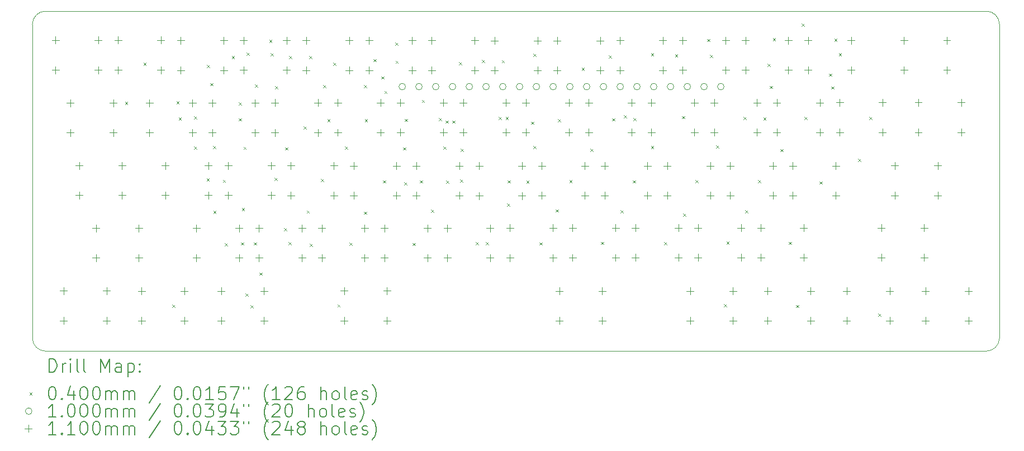
<source format=gbr>
%TF.GenerationSoftware,KiCad,Pcbnew,7.0.9*%
%TF.CreationDate,2024-12-06T21:29:17-05:00*%
%TF.ProjectId,tiny-keeb,74696e79-2d6b-4656-9562-2e6b69636164,rev?*%
%TF.SameCoordinates,Original*%
%TF.FileFunction,Drillmap*%
%TF.FilePolarity,Positive*%
%FSLAX45Y45*%
G04 Gerber Fmt 4.5, Leading zero omitted, Abs format (unit mm)*
G04 Created by KiCad (PCBNEW 7.0.9) date 2024-12-06 21:29:17*
%MOMM*%
%LPD*%
G01*
G04 APERTURE LIST*
%ADD10C,0.100000*%
%ADD11C,0.200000*%
%ADD12C,0.110000*%
G04 APERTURE END LIST*
D10*
X16437100Y-9951300D02*
G75*
G03*
X16637100Y-9751300I0J200000D01*
G01*
X16637100Y-5001300D02*
X16637100Y-9751300D01*
X16437100Y-9951300D02*
X2187100Y-9951300D01*
X1987100Y-9751300D02*
X1987100Y-5001300D01*
X1987100Y-9751300D02*
G75*
G03*
X2187100Y-9951300I200000J0D01*
G01*
X2187100Y-4801300D02*
X16437100Y-4801300D01*
X2187100Y-4801300D02*
G75*
G03*
X1987100Y-5001300I0J-200000D01*
G01*
X16637100Y-5001300D02*
G75*
G03*
X16437100Y-4801300I-200000J0D01*
G01*
D11*
D10*
X3390100Y-6172400D02*
X3430100Y-6212400D01*
X3430100Y-6172400D02*
X3390100Y-6212400D01*
X3668900Y-5582700D02*
X3708900Y-5622700D01*
X3708900Y-5582700D02*
X3668900Y-5622700D01*
X4103400Y-9246300D02*
X4143400Y-9286300D01*
X4143400Y-9246300D02*
X4103400Y-9286300D01*
X4169300Y-6166400D02*
X4209300Y-6206400D01*
X4209300Y-6166400D02*
X4169300Y-6206400D01*
X4202300Y-6410000D02*
X4242300Y-6450000D01*
X4242300Y-6410000D02*
X4202300Y-6450000D01*
X4433900Y-6851600D02*
X4473900Y-6891600D01*
X4473900Y-6851600D02*
X4433900Y-6891600D01*
X4438200Y-6392400D02*
X4478200Y-6432400D01*
X4478200Y-6392400D02*
X4438200Y-6432400D01*
X4625700Y-7332000D02*
X4665700Y-7372000D01*
X4665700Y-7332000D02*
X4625700Y-7372000D01*
X4629500Y-5615600D02*
X4669500Y-5655600D01*
X4669500Y-5615600D02*
X4629500Y-5655600D01*
X4684000Y-5889800D02*
X4724000Y-5929800D01*
X4724000Y-5889800D02*
X4684000Y-5929800D01*
X4722600Y-6841500D02*
X4762600Y-6881500D01*
X4762600Y-6841500D02*
X4722600Y-6881500D01*
X4728600Y-7826600D02*
X4768600Y-7866600D01*
X4768600Y-7826600D02*
X4728600Y-7866600D01*
X4873000Y-7354200D02*
X4913000Y-7394200D01*
X4913000Y-7354200D02*
X4873000Y-7394200D01*
X4902400Y-8316900D02*
X4942400Y-8356900D01*
X4942400Y-8316900D02*
X4902400Y-8356900D01*
X5007400Y-5480100D02*
X5047400Y-5520100D01*
X5047400Y-5480100D02*
X5007400Y-5520100D01*
X5111900Y-6424700D02*
X5151900Y-6464700D01*
X5151900Y-6424700D02*
X5111900Y-6464700D01*
X5115900Y-6180500D02*
X5155900Y-6220500D01*
X5155900Y-6180500D02*
X5115900Y-6220500D01*
X5149200Y-8304700D02*
X5189200Y-8344700D01*
X5189200Y-8304700D02*
X5149200Y-8344700D01*
X5160100Y-7784800D02*
X5200100Y-7824800D01*
X5200100Y-7784800D02*
X5160100Y-7824800D01*
X5184900Y-6854600D02*
X5224900Y-6894600D01*
X5224900Y-6854600D02*
X5184900Y-6894600D01*
X5217000Y-9077200D02*
X5257000Y-9117200D01*
X5257000Y-9077200D02*
X5217000Y-9117200D01*
X5233500Y-5430250D02*
X5273500Y-5470250D01*
X5273500Y-5430250D02*
X5233500Y-5470250D01*
X5291000Y-9255900D02*
X5331000Y-9295900D01*
X5331000Y-9255900D02*
X5291000Y-9295900D01*
X5343800Y-8303800D02*
X5383800Y-8343800D01*
X5383800Y-8303800D02*
X5343800Y-8343800D01*
X5356300Y-5908900D02*
X5396300Y-5948900D01*
X5396300Y-5908900D02*
X5356300Y-5948900D01*
X5424400Y-8760000D02*
X5464400Y-8800000D01*
X5464400Y-8760000D02*
X5424400Y-8800000D01*
X5574600Y-5233800D02*
X5614600Y-5273800D01*
X5614600Y-5233800D02*
X5574600Y-5273800D01*
X5598800Y-5439700D02*
X5638800Y-5479700D01*
X5638800Y-5439700D02*
X5598800Y-5479700D01*
X5653100Y-7326950D02*
X5693100Y-7366950D01*
X5693100Y-7326950D02*
X5653100Y-7366950D01*
X5661400Y-5934300D02*
X5701400Y-5974300D01*
X5701400Y-5934300D02*
X5661400Y-5974300D01*
X5798300Y-8088700D02*
X5838300Y-8128700D01*
X5838300Y-8088700D02*
X5798300Y-8128700D01*
X5818600Y-6863500D02*
X5858600Y-6903500D01*
X5858600Y-6863500D02*
X5818600Y-6903500D01*
X5867900Y-8300000D02*
X5907900Y-8340000D01*
X5907900Y-8300000D02*
X5867900Y-8340000D01*
X5875400Y-5480100D02*
X5915400Y-5520100D01*
X5915400Y-5480100D02*
X5875400Y-5520100D01*
X6093100Y-6546750D02*
X6133100Y-6586750D01*
X6133100Y-6546750D02*
X6093100Y-6586750D01*
X6141300Y-7821400D02*
X6181300Y-7861400D01*
X6181300Y-7821400D02*
X6141300Y-7861400D01*
X6180200Y-5482100D02*
X6220200Y-5522100D01*
X6220200Y-5482100D02*
X6180200Y-5522100D01*
X6189700Y-8324300D02*
X6229700Y-8364300D01*
X6229700Y-8324300D02*
X6189700Y-8364300D01*
X6355500Y-7341700D02*
X6395500Y-7381700D01*
X6395500Y-7341700D02*
X6355500Y-7381700D01*
X6394000Y-5922200D02*
X6434000Y-5962200D01*
X6434000Y-5922200D02*
X6394000Y-5962200D01*
X6456500Y-6433800D02*
X6496500Y-6473800D01*
X6496500Y-6433800D02*
X6456500Y-6473800D01*
X6545120Y-5582720D02*
X6585120Y-5622720D01*
X6585120Y-5582720D02*
X6545120Y-5622720D01*
X6608800Y-9243000D02*
X6648800Y-9283000D01*
X6648800Y-9243000D02*
X6608800Y-9283000D01*
X6723300Y-6851800D02*
X6763300Y-6891800D01*
X6763300Y-6851800D02*
X6723300Y-6891800D01*
X6787600Y-8307300D02*
X6827600Y-8347300D01*
X6827600Y-8307300D02*
X6787600Y-8347300D01*
X7009100Y-5920100D02*
X7049100Y-5960100D01*
X7049100Y-5920100D02*
X7009100Y-5960100D01*
X7012700Y-7838100D02*
X7052700Y-7878100D01*
X7052700Y-7838100D02*
X7012700Y-7878100D01*
X7022000Y-6436900D02*
X7062000Y-6476900D01*
X7062000Y-6436900D02*
X7022000Y-6476900D01*
X7154400Y-5527350D02*
X7194400Y-5567350D01*
X7194400Y-5527350D02*
X7154400Y-5567350D01*
X7275500Y-5789600D02*
X7315500Y-5829600D01*
X7315500Y-5789600D02*
X7275500Y-5829600D01*
X7299300Y-7363400D02*
X7339300Y-7403400D01*
X7339300Y-7363400D02*
X7299300Y-7403400D01*
X7320150Y-6010200D02*
X7360150Y-6050200D01*
X7360150Y-6010200D02*
X7320150Y-6050200D01*
X7484900Y-5278800D02*
X7524900Y-5318800D01*
X7524900Y-5278800D02*
X7484900Y-5318800D01*
X7488200Y-5552700D02*
X7528200Y-5592700D01*
X7528200Y-5552700D02*
X7488200Y-5592700D01*
X7601400Y-6863500D02*
X7641400Y-6903500D01*
X7641400Y-6863500D02*
X7601400Y-6903500D01*
X7622500Y-7393000D02*
X7662500Y-7433000D01*
X7662500Y-7393000D02*
X7622500Y-7433000D01*
X7626800Y-6431400D02*
X7666800Y-6471400D01*
X7666800Y-6431400D02*
X7626800Y-6471400D01*
X7748300Y-8312100D02*
X7788300Y-8352100D01*
X7788300Y-8312100D02*
X7748300Y-8352100D01*
X7857500Y-7364400D02*
X7897500Y-7404400D01*
X7897500Y-7364400D02*
X7857500Y-7404400D01*
X7887300Y-6144100D02*
X7927300Y-6184100D01*
X7927300Y-6144100D02*
X7887300Y-6184100D01*
X8027200Y-7808100D02*
X8067200Y-7848100D01*
X8067200Y-7808100D02*
X8027200Y-7848100D01*
X8143700Y-6420850D02*
X8183700Y-6460850D01*
X8183700Y-6420850D02*
X8143700Y-6460850D01*
X8213400Y-6850200D02*
X8253400Y-6890200D01*
X8253400Y-6850200D02*
X8213400Y-6890200D01*
X8243300Y-6457100D02*
X8283300Y-6497100D01*
X8283300Y-6457100D02*
X8243300Y-6497100D01*
X8252800Y-7368300D02*
X8292800Y-7408300D01*
X8292800Y-7368300D02*
X8252800Y-7408300D01*
X8347630Y-6458970D02*
X8387630Y-6498970D01*
X8387630Y-6458970D02*
X8347630Y-6498970D01*
X8451950Y-5572350D02*
X8491950Y-5612350D01*
X8491950Y-5572350D02*
X8451950Y-5612350D01*
X8466200Y-7349100D02*
X8506200Y-7389100D01*
X8506200Y-7349100D02*
X8466200Y-7389100D01*
X8476200Y-6886800D02*
X8516200Y-6926800D01*
X8516200Y-6886800D02*
X8476200Y-6926800D01*
X8701800Y-8297600D02*
X8741800Y-8337600D01*
X8741800Y-8297600D02*
X8701800Y-8337600D01*
X8797000Y-5537200D02*
X8837000Y-5577200D01*
X8837000Y-5537200D02*
X8797000Y-5577200D01*
X8858700Y-8300400D02*
X8898700Y-8340400D01*
X8898700Y-8300400D02*
X8858700Y-8340400D01*
X9048276Y-6405150D02*
X9088276Y-6445150D01*
X9088276Y-6405150D02*
X9048276Y-6445150D01*
X9096000Y-5543900D02*
X9136000Y-5583900D01*
X9136000Y-5543900D02*
X9096000Y-5583900D01*
X9155700Y-6403200D02*
X9195700Y-6443200D01*
X9195700Y-6403200D02*
X9155700Y-6443200D01*
X9174700Y-7715000D02*
X9214700Y-7755000D01*
X9214700Y-7715000D02*
X9174700Y-7755000D01*
X9187000Y-7363400D02*
X9227000Y-7403400D01*
X9227000Y-7363400D02*
X9187000Y-7403400D01*
X9470700Y-7365800D02*
X9510700Y-7405800D01*
X9510700Y-7365800D02*
X9470700Y-7405800D01*
X9542400Y-6475500D02*
X9582400Y-6515500D01*
X9582400Y-6475500D02*
X9542400Y-6515500D01*
X9576500Y-5447700D02*
X9616500Y-5487700D01*
X9616500Y-5447700D02*
X9576500Y-5487700D01*
X9577100Y-6840200D02*
X9617100Y-6880200D01*
X9617100Y-6840200D02*
X9577100Y-6880200D01*
X9667300Y-8302400D02*
X9707300Y-8342400D01*
X9707300Y-8302400D02*
X9667300Y-8342400D01*
X9913100Y-7804800D02*
X9953100Y-7844800D01*
X9953100Y-7804800D02*
X9913100Y-7844800D01*
X9948500Y-6438900D02*
X9988500Y-6478900D01*
X9988500Y-6438900D02*
X9948500Y-6478900D01*
X10121100Y-7358600D02*
X10161100Y-7398600D01*
X10161100Y-7358600D02*
X10121100Y-7398600D01*
X10307900Y-5658450D02*
X10347900Y-5698450D01*
X10347900Y-5658450D02*
X10307900Y-5698450D01*
X10438600Y-6886800D02*
X10478600Y-6926800D01*
X10478600Y-6886800D02*
X10438600Y-6926800D01*
X10601500Y-8295200D02*
X10641500Y-8335200D01*
X10641500Y-8295200D02*
X10601500Y-8335200D01*
X10718900Y-5474000D02*
X10758900Y-5514000D01*
X10758900Y-5474000D02*
X10718900Y-5514000D01*
X10768200Y-6424900D02*
X10808200Y-6464900D01*
X10808200Y-6424900D02*
X10768200Y-6464900D01*
X10897600Y-7814800D02*
X10937600Y-7854800D01*
X10937600Y-7814800D02*
X10897600Y-7854800D01*
X10946950Y-6374600D02*
X10986950Y-6414600D01*
X10986950Y-6374600D02*
X10946950Y-6414600D01*
X11081900Y-7363400D02*
X11121900Y-7403400D01*
X11121900Y-7363400D02*
X11081900Y-7403400D01*
X11088800Y-6420900D02*
X11128800Y-6460900D01*
X11128800Y-6420900D02*
X11088800Y-6460900D01*
X11356600Y-6840200D02*
X11396600Y-6880200D01*
X11396600Y-6840200D02*
X11356600Y-6880200D01*
X11358700Y-5438450D02*
X11398700Y-5478450D01*
X11398700Y-5438450D02*
X11358700Y-5478450D01*
X11557400Y-8297600D02*
X11597400Y-8337600D01*
X11597400Y-8297600D02*
X11557400Y-8337600D01*
X11722900Y-5452700D02*
X11762900Y-5492700D01*
X11762900Y-5452700D02*
X11722900Y-5492700D01*
X11825300Y-6390700D02*
X11865300Y-6430700D01*
X11865300Y-6390700D02*
X11825300Y-6430700D01*
X11842200Y-7864700D02*
X11882200Y-7904700D01*
X11882200Y-7864700D02*
X11842200Y-7904700D01*
X12032900Y-7358600D02*
X12072900Y-7398600D01*
X12072900Y-7358600D02*
X12032900Y-7398600D01*
X12210900Y-5221600D02*
X12250900Y-5261600D01*
X12250900Y-5221600D02*
X12210900Y-5261600D01*
X12250100Y-5460100D02*
X12290100Y-5500100D01*
X12290100Y-5460100D02*
X12250100Y-5500100D01*
X12341100Y-6836900D02*
X12381100Y-6876900D01*
X12381100Y-6836900D02*
X12341100Y-6876900D01*
X12463400Y-9242000D02*
X12503400Y-9282000D01*
X12503400Y-9242000D02*
X12463400Y-9282000D01*
X12501200Y-8290400D02*
X12541200Y-8330400D01*
X12541200Y-8290400D02*
X12501200Y-8330400D01*
X12761900Y-6400300D02*
X12801900Y-6440300D01*
X12801900Y-6400300D02*
X12761900Y-6440300D01*
X12786800Y-7818100D02*
X12826800Y-7858100D01*
X12826800Y-7818100D02*
X12786800Y-7858100D01*
X12979200Y-7361000D02*
X13019200Y-7401000D01*
X13019200Y-7361000D02*
X12979200Y-7401000D01*
X13060000Y-6412600D02*
X13100000Y-6452600D01*
X13100000Y-6412600D02*
X13060000Y-6452600D01*
X13125600Y-5600750D02*
X13165600Y-5640750D01*
X13165600Y-5600750D02*
X13125600Y-5640750D01*
X13159400Y-5932200D02*
X13199400Y-5972200D01*
X13199400Y-5932200D02*
X13159400Y-5972200D01*
X13202700Y-5207500D02*
X13242700Y-5247500D01*
X13242700Y-5207500D02*
X13202700Y-5247500D01*
X13319000Y-6890100D02*
X13359000Y-6930100D01*
X13359000Y-6890100D02*
X13319000Y-6930100D01*
X13447400Y-8295200D02*
X13487400Y-8335200D01*
X13487400Y-8295200D02*
X13447400Y-8335200D01*
X13554900Y-9251300D02*
X13594900Y-9291300D01*
X13594900Y-9251300D02*
X13554900Y-9291300D01*
X13640100Y-4990800D02*
X13680100Y-5030800D01*
X13680100Y-4990800D02*
X13640100Y-5030800D01*
X13679200Y-6405100D02*
X13719200Y-6445100D01*
X13719200Y-6405100D02*
X13679200Y-6445100D01*
X13910900Y-7380300D02*
X13950900Y-7420300D01*
X13950900Y-7380300D02*
X13910900Y-7420300D01*
X14051600Y-5746800D02*
X14091600Y-5786800D01*
X14091600Y-5746800D02*
X14051600Y-5786800D01*
X14090700Y-5942200D02*
X14130700Y-5982200D01*
X14130700Y-5942200D02*
X14090700Y-5982200D01*
X14135900Y-5215500D02*
X14175900Y-5255500D01*
X14175900Y-5215500D02*
X14135900Y-5255500D01*
X14202900Y-5436000D02*
X14242900Y-5476000D01*
X14242900Y-5436000D02*
X14202900Y-5476000D01*
X14496500Y-7036500D02*
X14536500Y-7076500D01*
X14536500Y-7036500D02*
X14496500Y-7076500D01*
X14661600Y-6405100D02*
X14701600Y-6445100D01*
X14701600Y-6405100D02*
X14661600Y-6445100D01*
X14800600Y-9381500D02*
X14840600Y-9421500D01*
X14840600Y-9381500D02*
X14800600Y-9421500D01*
X7640100Y-5943500D02*
G75*
G03*
X7640100Y-5943500I-50000J0D01*
G01*
X7894100Y-5943500D02*
G75*
G03*
X7894100Y-5943500I-50000J0D01*
G01*
X8148100Y-5943500D02*
G75*
G03*
X8148100Y-5943500I-50000J0D01*
G01*
X8402100Y-5943500D02*
G75*
G03*
X8402100Y-5943500I-50000J0D01*
G01*
X8656100Y-5943500D02*
G75*
G03*
X8656100Y-5943500I-50000J0D01*
G01*
X8910100Y-5943500D02*
G75*
G03*
X8910100Y-5943500I-50000J0D01*
G01*
X9164100Y-5943500D02*
G75*
G03*
X9164100Y-5943500I-50000J0D01*
G01*
X9418100Y-5943500D02*
G75*
G03*
X9418100Y-5943500I-50000J0D01*
G01*
X9672100Y-5943500D02*
G75*
G03*
X9672100Y-5943500I-50000J0D01*
G01*
X9926100Y-5943500D02*
G75*
G03*
X9926100Y-5943500I-50000J0D01*
G01*
X10180100Y-5943500D02*
G75*
G03*
X10180100Y-5943500I-50000J0D01*
G01*
X10434100Y-5943500D02*
G75*
G03*
X10434100Y-5943500I-50000J0D01*
G01*
X10688100Y-5943500D02*
G75*
G03*
X10688100Y-5943500I-50000J0D01*
G01*
X10942100Y-5943500D02*
G75*
G03*
X10942100Y-5943500I-50000J0D01*
G01*
X11196100Y-5943500D02*
G75*
G03*
X11196100Y-5943500I-50000J0D01*
G01*
X11450100Y-5943500D02*
G75*
G03*
X11450100Y-5943500I-50000J0D01*
G01*
X11704100Y-5943500D02*
G75*
G03*
X11704100Y-5943500I-50000J0D01*
G01*
X11958100Y-5943500D02*
G75*
G03*
X11958100Y-5943500I-50000J0D01*
G01*
X12212100Y-5943500D02*
G75*
G03*
X12212100Y-5943500I-50000J0D01*
G01*
X12466100Y-5943500D02*
G75*
G03*
X12466100Y-5943500I-50000J0D01*
G01*
D12*
X2336400Y-5185500D02*
X2336400Y-5295500D01*
X2281400Y-5240500D02*
X2391400Y-5240500D01*
X2336400Y-5635500D02*
X2336400Y-5745500D01*
X2281400Y-5690500D02*
X2391400Y-5690500D01*
X2461200Y-8983200D02*
X2461200Y-9093200D01*
X2406200Y-9038200D02*
X2516200Y-9038200D01*
X2461200Y-9433200D02*
X2461200Y-9543200D01*
X2406200Y-9488200D02*
X2516200Y-9488200D01*
X2563900Y-6136200D02*
X2563900Y-6246200D01*
X2508900Y-6191200D02*
X2618900Y-6191200D01*
X2563900Y-6586200D02*
X2563900Y-6696200D01*
X2508900Y-6641200D02*
X2618900Y-6641200D01*
X2695700Y-7085000D02*
X2695700Y-7195000D01*
X2640700Y-7140000D02*
X2750700Y-7140000D01*
X2695700Y-7535000D02*
X2695700Y-7645000D01*
X2640700Y-7590000D02*
X2750700Y-7590000D01*
X2950200Y-8033400D02*
X2950200Y-8143400D01*
X2895200Y-8088400D02*
X3005200Y-8088400D01*
X2950200Y-8483400D02*
X2950200Y-8593400D01*
X2895200Y-8538400D02*
X3005200Y-8538400D01*
X2986400Y-5185500D02*
X2986400Y-5295500D01*
X2931400Y-5240500D02*
X3041400Y-5240500D01*
X2986400Y-5635500D02*
X2986400Y-5745500D01*
X2931400Y-5690500D02*
X3041400Y-5690500D01*
X3111200Y-8983200D02*
X3111200Y-9093200D01*
X3056200Y-9038200D02*
X3166200Y-9038200D01*
X3111200Y-9433200D02*
X3111200Y-9543200D01*
X3056200Y-9488200D02*
X3166200Y-9488200D01*
X3213900Y-6136200D02*
X3213900Y-6246200D01*
X3158900Y-6191200D02*
X3268900Y-6191200D01*
X3213900Y-6586200D02*
X3213900Y-6696200D01*
X3158900Y-6641200D02*
X3268900Y-6641200D01*
X3285100Y-5185800D02*
X3285100Y-5295800D01*
X3230100Y-5240800D02*
X3340100Y-5240800D01*
X3285100Y-5635800D02*
X3285100Y-5745800D01*
X3230100Y-5690800D02*
X3340100Y-5690800D01*
X3345700Y-7085000D02*
X3345700Y-7195000D01*
X3290700Y-7140000D02*
X3400700Y-7140000D01*
X3345700Y-7535000D02*
X3345700Y-7645000D01*
X3290700Y-7590000D02*
X3400700Y-7590000D01*
X3600200Y-8033400D02*
X3600200Y-8143400D01*
X3545200Y-8088400D02*
X3655200Y-8088400D01*
X3600200Y-8483400D02*
X3600200Y-8593400D01*
X3545200Y-8538400D02*
X3655200Y-8538400D01*
X3639300Y-8986100D02*
X3639300Y-9096100D01*
X3584300Y-9041100D02*
X3694300Y-9041100D01*
X3639300Y-9436100D02*
X3639300Y-9546100D01*
X3584300Y-9491100D02*
X3694300Y-9491100D01*
X3761300Y-6135900D02*
X3761300Y-6245900D01*
X3706300Y-6190900D02*
X3816300Y-6190900D01*
X3761300Y-6585900D02*
X3761300Y-6695900D01*
X3706300Y-6640900D02*
X3816300Y-6640900D01*
X3935100Y-5185800D02*
X3935100Y-5295800D01*
X3880100Y-5240800D02*
X3990100Y-5240800D01*
X3935100Y-5635800D02*
X3935100Y-5745800D01*
X3880100Y-5690800D02*
X3990100Y-5690800D01*
X4002700Y-7084200D02*
X4002700Y-7194200D01*
X3947700Y-7139200D02*
X4057700Y-7139200D01*
X4002700Y-7534200D02*
X4002700Y-7644200D01*
X3947700Y-7589200D02*
X4057700Y-7589200D01*
X4235800Y-5190300D02*
X4235800Y-5300300D01*
X4180800Y-5245300D02*
X4290800Y-5245300D01*
X4235800Y-5640300D02*
X4235800Y-5750300D01*
X4180800Y-5695300D02*
X4290800Y-5695300D01*
X4289300Y-8986100D02*
X4289300Y-9096100D01*
X4234300Y-9041100D02*
X4344300Y-9041100D01*
X4289300Y-9436100D02*
X4289300Y-9546100D01*
X4234300Y-9491100D02*
X4344300Y-9491100D01*
X4411300Y-6135900D02*
X4411300Y-6245900D01*
X4356300Y-6190900D02*
X4466300Y-6190900D01*
X4411300Y-6585900D02*
X4411300Y-6695900D01*
X4356300Y-6640900D02*
X4466300Y-6640900D01*
X4469700Y-8033200D02*
X4469700Y-8143200D01*
X4414700Y-8088200D02*
X4524700Y-8088200D01*
X4469700Y-8483200D02*
X4469700Y-8593200D01*
X4414700Y-8538200D02*
X4524700Y-8538200D01*
X4652700Y-7084200D02*
X4652700Y-7194200D01*
X4597700Y-7139200D02*
X4707700Y-7139200D01*
X4652700Y-7534200D02*
X4652700Y-7644200D01*
X4597700Y-7589200D02*
X4707700Y-7589200D01*
X4711800Y-6135000D02*
X4711800Y-6245000D01*
X4656800Y-6190000D02*
X4766800Y-6190000D01*
X4711800Y-6585000D02*
X4711800Y-6695000D01*
X4656800Y-6640000D02*
X4766800Y-6640000D01*
X4846800Y-8985700D02*
X4846800Y-9095700D01*
X4791800Y-9040700D02*
X4901800Y-9040700D01*
X4846800Y-9435700D02*
X4846800Y-9545700D01*
X4791800Y-9490700D02*
X4901800Y-9490700D01*
X4885800Y-5190300D02*
X4885800Y-5300300D01*
X4830800Y-5245300D02*
X4940800Y-5245300D01*
X4885800Y-5640300D02*
X4885800Y-5750300D01*
X4830800Y-5695300D02*
X4940800Y-5695300D01*
X4953800Y-7085900D02*
X4953800Y-7195900D01*
X4898800Y-7140900D02*
X5008800Y-7140900D01*
X4953800Y-7535900D02*
X4953800Y-7645900D01*
X4898800Y-7590900D02*
X5008800Y-7590900D01*
X5119700Y-8033200D02*
X5119700Y-8143200D01*
X5064700Y-8088200D02*
X5174700Y-8088200D01*
X5119700Y-8483200D02*
X5119700Y-8593200D01*
X5064700Y-8538200D02*
X5174700Y-8538200D01*
X5187400Y-5189100D02*
X5187400Y-5299100D01*
X5132400Y-5244100D02*
X5242400Y-5244100D01*
X5187400Y-5639100D02*
X5187400Y-5749100D01*
X5132400Y-5694100D02*
X5242400Y-5694100D01*
X5361800Y-6135000D02*
X5361800Y-6245000D01*
X5306800Y-6190000D02*
X5416800Y-6190000D01*
X5361800Y-6585000D02*
X5361800Y-6695000D01*
X5306800Y-6640000D02*
X5416800Y-6640000D01*
X5419800Y-8032600D02*
X5419800Y-8142600D01*
X5364800Y-8087600D02*
X5474800Y-8087600D01*
X5419800Y-8482600D02*
X5419800Y-8592600D01*
X5364800Y-8537600D02*
X5474800Y-8537600D01*
X5496800Y-8985700D02*
X5496800Y-9095700D01*
X5441800Y-9040700D02*
X5551800Y-9040700D01*
X5496800Y-9435700D02*
X5496800Y-9545700D01*
X5441800Y-9490700D02*
X5551800Y-9490700D01*
X5603800Y-7085900D02*
X5603800Y-7195900D01*
X5548800Y-7140900D02*
X5658800Y-7140900D01*
X5603800Y-7535900D02*
X5603800Y-7645900D01*
X5548800Y-7590900D02*
X5658800Y-7590900D01*
X5662500Y-6134200D02*
X5662500Y-6244200D01*
X5607500Y-6189200D02*
X5717500Y-6189200D01*
X5662500Y-6584200D02*
X5662500Y-6694200D01*
X5607500Y-6639200D02*
X5717500Y-6639200D01*
X5837400Y-5189100D02*
X5837400Y-5299100D01*
X5782400Y-5244100D02*
X5892400Y-5244100D01*
X5837400Y-5639100D02*
X5837400Y-5749100D01*
X5782400Y-5694100D02*
X5892400Y-5694100D01*
X5904000Y-7087000D02*
X5904000Y-7197000D01*
X5849000Y-7142000D02*
X5959000Y-7142000D01*
X5904000Y-7537000D02*
X5904000Y-7647000D01*
X5849000Y-7592000D02*
X5959000Y-7592000D01*
X6069800Y-8032600D02*
X6069800Y-8142600D01*
X6014800Y-8087600D02*
X6124800Y-8087600D01*
X6069800Y-8482600D02*
X6069800Y-8592600D01*
X6014800Y-8537600D02*
X6124800Y-8537600D01*
X6136800Y-5190200D02*
X6136800Y-5300200D01*
X6081800Y-5245200D02*
X6191800Y-5245200D01*
X6136800Y-5640200D02*
X6136800Y-5750200D01*
X6081800Y-5695200D02*
X6191800Y-5695200D01*
X6312500Y-6134200D02*
X6312500Y-6244200D01*
X6257500Y-6189200D02*
X6367500Y-6189200D01*
X6312500Y-6584200D02*
X6312500Y-6694200D01*
X6257500Y-6639200D02*
X6367500Y-6639200D01*
X6370500Y-8032100D02*
X6370500Y-8142100D01*
X6315500Y-8087100D02*
X6425500Y-8087100D01*
X6370500Y-8482100D02*
X6370500Y-8592100D01*
X6315500Y-8537100D02*
X6425500Y-8537100D01*
X6554000Y-7087000D02*
X6554000Y-7197000D01*
X6499000Y-7142000D02*
X6609000Y-7142000D01*
X6554000Y-7537000D02*
X6554000Y-7647000D01*
X6499000Y-7592000D02*
X6609000Y-7592000D01*
X6612700Y-6133700D02*
X6612700Y-6243700D01*
X6557700Y-6188700D02*
X6667700Y-6188700D01*
X6612700Y-6583700D02*
X6612700Y-6693700D01*
X6557700Y-6638700D02*
X6667700Y-6638700D01*
X6710300Y-8983700D02*
X6710300Y-9093700D01*
X6655300Y-9038700D02*
X6765300Y-9038700D01*
X6710300Y-9433700D02*
X6710300Y-9543700D01*
X6655300Y-9488700D02*
X6765300Y-9488700D01*
X6786800Y-5190200D02*
X6786800Y-5300200D01*
X6731800Y-5245200D02*
X6841800Y-5245200D01*
X6786800Y-5640200D02*
X6786800Y-5750200D01*
X6731800Y-5695200D02*
X6841800Y-5695200D01*
X6854200Y-7088400D02*
X6854200Y-7198400D01*
X6799200Y-7143400D02*
X6909200Y-7143400D01*
X6854200Y-7538400D02*
X6854200Y-7648400D01*
X6799200Y-7593400D02*
X6909200Y-7593400D01*
X7020500Y-8032100D02*
X7020500Y-8142100D01*
X6965500Y-8087100D02*
X7075500Y-8087100D01*
X7020500Y-8482100D02*
X7020500Y-8592100D01*
X6965500Y-8537100D02*
X7075500Y-8537100D01*
X7088100Y-5190400D02*
X7088100Y-5300400D01*
X7033100Y-5245400D02*
X7143100Y-5245400D01*
X7088100Y-5640400D02*
X7088100Y-5750400D01*
X7033100Y-5695400D02*
X7143100Y-5695400D01*
X7262700Y-6133700D02*
X7262700Y-6243700D01*
X7207700Y-6188700D02*
X7317700Y-6188700D01*
X7262700Y-6583700D02*
X7262700Y-6693700D01*
X7207700Y-6638700D02*
X7317700Y-6638700D01*
X7320500Y-8031900D02*
X7320500Y-8141900D01*
X7265500Y-8086900D02*
X7375500Y-8086900D01*
X7320500Y-8481900D02*
X7320500Y-8591900D01*
X7265500Y-8536900D02*
X7375500Y-8536900D01*
X7360300Y-8983700D02*
X7360300Y-9093700D01*
X7305300Y-9038700D02*
X7415300Y-9038700D01*
X7360300Y-9433700D02*
X7360300Y-9543700D01*
X7305300Y-9488700D02*
X7415300Y-9488700D01*
X7504200Y-7088400D02*
X7504200Y-7198400D01*
X7449200Y-7143400D02*
X7559200Y-7143400D01*
X7504200Y-7538400D02*
X7504200Y-7648400D01*
X7449200Y-7593400D02*
X7559200Y-7593400D01*
X7563000Y-6133400D02*
X7563000Y-6243400D01*
X7508000Y-6188400D02*
X7618000Y-6188400D01*
X7563000Y-6583400D02*
X7563000Y-6693400D01*
X7508000Y-6638400D02*
X7618000Y-6638400D01*
X7738100Y-5190400D02*
X7738100Y-5300400D01*
X7683100Y-5245400D02*
X7793100Y-5245400D01*
X7738100Y-5640400D02*
X7738100Y-5750400D01*
X7683100Y-5695400D02*
X7793100Y-5695400D01*
X7804600Y-7089400D02*
X7804600Y-7199400D01*
X7749600Y-7144400D02*
X7859600Y-7144400D01*
X7804600Y-7539400D02*
X7804600Y-7649400D01*
X7749600Y-7594400D02*
X7859600Y-7594400D01*
X7970500Y-8031900D02*
X7970500Y-8141900D01*
X7915500Y-8086900D02*
X8025500Y-8086900D01*
X7970500Y-8481900D02*
X7970500Y-8591900D01*
X7915500Y-8536900D02*
X8025500Y-8536900D01*
X8037100Y-5190200D02*
X8037100Y-5300200D01*
X7982100Y-5245200D02*
X8092100Y-5245200D01*
X8037100Y-5640200D02*
X8037100Y-5750200D01*
X7982100Y-5695200D02*
X8092100Y-5695200D01*
X8213000Y-6133400D02*
X8213000Y-6243400D01*
X8158000Y-6188400D02*
X8268000Y-6188400D01*
X8213000Y-6583400D02*
X8213000Y-6693400D01*
X8158000Y-6638400D02*
X8268000Y-6638400D01*
X8270600Y-8031900D02*
X8270600Y-8141900D01*
X8215600Y-8086900D02*
X8325600Y-8086900D01*
X8270600Y-8481900D02*
X8270600Y-8591900D01*
X8215600Y-8536900D02*
X8325600Y-8536900D01*
X8454600Y-7089400D02*
X8454600Y-7199400D01*
X8399600Y-7144400D02*
X8509600Y-7144400D01*
X8454600Y-7539400D02*
X8454600Y-7649400D01*
X8399600Y-7594400D02*
X8509600Y-7594400D01*
X8513300Y-6132900D02*
X8513300Y-6242900D01*
X8458300Y-6187900D02*
X8568300Y-6187900D01*
X8513300Y-6582900D02*
X8513300Y-6692900D01*
X8458300Y-6637900D02*
X8568300Y-6637900D01*
X8687100Y-5190200D02*
X8687100Y-5300200D01*
X8632100Y-5245200D02*
X8742100Y-5245200D01*
X8687100Y-5640200D02*
X8687100Y-5750200D01*
X8632100Y-5695200D02*
X8742100Y-5695200D01*
X8754900Y-7091100D02*
X8754900Y-7201100D01*
X8699900Y-7146100D02*
X8809900Y-7146100D01*
X8754900Y-7541100D02*
X8754900Y-7651100D01*
X8699900Y-7596100D02*
X8809900Y-7596100D01*
X8920600Y-8031900D02*
X8920600Y-8141900D01*
X8865600Y-8086900D02*
X8975600Y-8086900D01*
X8920600Y-8481900D02*
X8920600Y-8591900D01*
X8865600Y-8536900D02*
X8975600Y-8536900D01*
X8987900Y-5191000D02*
X8987900Y-5301000D01*
X8932900Y-5246000D02*
X9042900Y-5246000D01*
X8987900Y-5641000D02*
X8987900Y-5751000D01*
X8932900Y-5696000D02*
X9042900Y-5696000D01*
X9163300Y-6132900D02*
X9163300Y-6242900D01*
X9108300Y-6187900D02*
X9218300Y-6187900D01*
X9163300Y-6582900D02*
X9163300Y-6692900D01*
X9108300Y-6637900D02*
X9218300Y-6637900D01*
X9220800Y-8030800D02*
X9220800Y-8140800D01*
X9165800Y-8085800D02*
X9275800Y-8085800D01*
X9220800Y-8480800D02*
X9220800Y-8590800D01*
X9165800Y-8535800D02*
X9275800Y-8535800D01*
X9404900Y-7091100D02*
X9404900Y-7201100D01*
X9349900Y-7146100D02*
X9459900Y-7146100D01*
X9404900Y-7541100D02*
X9404900Y-7651100D01*
X9349900Y-7596100D02*
X9459900Y-7596100D01*
X9463400Y-6132700D02*
X9463400Y-6242700D01*
X9408400Y-6187700D02*
X9518400Y-6187700D01*
X9463400Y-6582700D02*
X9463400Y-6692700D01*
X9408400Y-6637700D02*
X9518400Y-6637700D01*
X9637900Y-5191000D02*
X9637900Y-5301000D01*
X9582900Y-5246000D02*
X9692900Y-5246000D01*
X9637900Y-5641000D02*
X9637900Y-5751000D01*
X9582900Y-5696000D02*
X9692900Y-5696000D01*
X9704900Y-7090300D02*
X9704900Y-7200300D01*
X9649900Y-7145300D02*
X9759900Y-7145300D01*
X9704900Y-7540300D02*
X9704900Y-7650300D01*
X9649900Y-7595300D02*
X9759900Y-7595300D01*
X9870800Y-8030800D02*
X9870800Y-8140800D01*
X9815800Y-8085800D02*
X9925800Y-8085800D01*
X9870800Y-8480800D02*
X9870800Y-8590800D01*
X9815800Y-8535800D02*
X9925800Y-8535800D01*
X9937800Y-5191200D02*
X9937800Y-5301200D01*
X9882800Y-5246200D02*
X9992800Y-5246200D01*
X9937800Y-5641200D02*
X9937800Y-5751200D01*
X9882800Y-5696200D02*
X9992800Y-5696200D01*
X9969800Y-8986200D02*
X9969800Y-9096200D01*
X9914800Y-9041200D02*
X10024800Y-9041200D01*
X9969800Y-9436200D02*
X9969800Y-9546200D01*
X9914800Y-9491200D02*
X10024800Y-9491200D01*
X10113400Y-6132700D02*
X10113400Y-6242700D01*
X10058400Y-6187700D02*
X10168400Y-6187700D01*
X10113400Y-6582700D02*
X10113400Y-6692700D01*
X10058400Y-6637700D02*
X10168400Y-6637700D01*
X10171000Y-8030200D02*
X10171000Y-8140200D01*
X10116000Y-8085200D02*
X10226000Y-8085200D01*
X10171000Y-8480200D02*
X10171000Y-8590200D01*
X10116000Y-8535200D02*
X10226000Y-8535200D01*
X10354900Y-7090300D02*
X10354900Y-7200300D01*
X10299900Y-7145300D02*
X10409900Y-7145300D01*
X10354900Y-7540300D02*
X10354900Y-7650300D01*
X10299900Y-7595300D02*
X10409900Y-7595300D01*
X10413700Y-6132500D02*
X10413700Y-6242500D01*
X10358700Y-6187500D02*
X10468700Y-6187500D01*
X10413700Y-6582500D02*
X10413700Y-6692500D01*
X10358700Y-6637500D02*
X10468700Y-6637500D01*
X10587800Y-5191200D02*
X10587800Y-5301200D01*
X10532800Y-5246200D02*
X10642800Y-5246200D01*
X10587800Y-5641200D02*
X10587800Y-5751200D01*
X10532800Y-5696200D02*
X10642800Y-5696200D01*
X10619800Y-8986200D02*
X10619800Y-9096200D01*
X10564800Y-9041200D02*
X10674800Y-9041200D01*
X10619800Y-9436200D02*
X10619800Y-9546200D01*
X10564800Y-9491200D02*
X10674800Y-9491200D01*
X10654900Y-7090300D02*
X10654900Y-7200300D01*
X10599900Y-7145300D02*
X10709900Y-7145300D01*
X10654900Y-7540300D02*
X10654900Y-7650300D01*
X10599900Y-7595300D02*
X10709900Y-7595300D01*
X10821000Y-8030200D02*
X10821000Y-8140200D01*
X10766000Y-8085200D02*
X10876000Y-8085200D01*
X10821000Y-8480200D02*
X10821000Y-8590200D01*
X10766000Y-8535200D02*
X10876000Y-8535200D01*
X10887000Y-5189800D02*
X10887000Y-5299800D01*
X10832000Y-5244800D02*
X10942000Y-5244800D01*
X10887000Y-5639800D02*
X10887000Y-5749800D01*
X10832000Y-5694800D02*
X10942000Y-5694800D01*
X11063700Y-6132500D02*
X11063700Y-6242500D01*
X11008700Y-6187500D02*
X11118700Y-6187500D01*
X11063700Y-6582500D02*
X11063700Y-6692500D01*
X11008700Y-6637500D02*
X11118700Y-6637500D01*
X11121500Y-8029400D02*
X11121500Y-8139400D01*
X11066500Y-8084400D02*
X11176500Y-8084400D01*
X11121500Y-8479400D02*
X11121500Y-8589400D01*
X11066500Y-8534400D02*
X11176500Y-8534400D01*
X11304900Y-7090300D02*
X11304900Y-7200300D01*
X11249900Y-7145300D02*
X11359900Y-7145300D01*
X11304900Y-7540300D02*
X11304900Y-7650300D01*
X11249900Y-7595300D02*
X11359900Y-7595300D01*
X11364100Y-6132000D02*
X11364100Y-6242000D01*
X11309100Y-6187000D02*
X11419100Y-6187000D01*
X11364100Y-6582000D02*
X11364100Y-6692000D01*
X11309100Y-6637000D02*
X11419100Y-6637000D01*
X11537000Y-5189800D02*
X11537000Y-5299800D01*
X11482000Y-5244800D02*
X11592000Y-5244800D01*
X11537000Y-5639800D02*
X11537000Y-5749800D01*
X11482000Y-5694800D02*
X11592000Y-5694800D01*
X11605300Y-7089700D02*
X11605300Y-7199700D01*
X11550300Y-7144700D02*
X11660300Y-7144700D01*
X11605300Y-7539700D02*
X11605300Y-7649700D01*
X11550300Y-7594700D02*
X11660300Y-7594700D01*
X11771500Y-8029400D02*
X11771500Y-8139400D01*
X11716500Y-8084400D02*
X11826500Y-8084400D01*
X11771500Y-8479400D02*
X11771500Y-8589400D01*
X11716500Y-8534400D02*
X11826500Y-8534400D01*
X11837600Y-5189000D02*
X11837600Y-5299000D01*
X11782600Y-5244000D02*
X11892600Y-5244000D01*
X11837600Y-5639000D02*
X11837600Y-5749000D01*
X11782600Y-5694000D02*
X11892600Y-5694000D01*
X11951000Y-8986100D02*
X11951000Y-9096100D01*
X11896000Y-9041100D02*
X12006000Y-9041100D01*
X11951000Y-9436100D02*
X11951000Y-9546100D01*
X11896000Y-9491100D02*
X12006000Y-9491100D01*
X12014100Y-6132000D02*
X12014100Y-6242000D01*
X11959100Y-6187000D02*
X12069100Y-6187000D01*
X12014100Y-6582000D02*
X12014100Y-6692000D01*
X11959100Y-6637000D02*
X12069100Y-6637000D01*
X12071700Y-8028500D02*
X12071700Y-8138500D01*
X12016700Y-8083500D02*
X12126700Y-8083500D01*
X12071700Y-8478500D02*
X12071700Y-8588500D01*
X12016700Y-8533500D02*
X12126700Y-8533500D01*
X12255300Y-7089700D02*
X12255300Y-7199700D01*
X12200300Y-7144700D02*
X12310300Y-7144700D01*
X12255300Y-7539700D02*
X12255300Y-7649700D01*
X12200300Y-7594700D02*
X12310300Y-7594700D01*
X12314100Y-6131700D02*
X12314100Y-6241700D01*
X12259100Y-6186700D02*
X12369100Y-6186700D01*
X12314100Y-6581700D02*
X12314100Y-6691700D01*
X12259100Y-6636700D02*
X12369100Y-6636700D01*
X12487600Y-5189000D02*
X12487600Y-5299000D01*
X12432600Y-5244000D02*
X12542600Y-5244000D01*
X12487600Y-5639000D02*
X12487600Y-5749000D01*
X12432600Y-5694000D02*
X12542600Y-5694000D01*
X12555500Y-7089200D02*
X12555500Y-7199200D01*
X12500500Y-7144200D02*
X12610500Y-7144200D01*
X12555500Y-7539200D02*
X12555500Y-7649200D01*
X12500500Y-7594200D02*
X12610500Y-7594200D01*
X12601000Y-8986100D02*
X12601000Y-9096100D01*
X12546000Y-9041100D02*
X12656000Y-9041100D01*
X12601000Y-9436100D02*
X12601000Y-9546100D01*
X12546000Y-9491100D02*
X12656000Y-9491100D01*
X12721700Y-8028500D02*
X12721700Y-8138500D01*
X12666700Y-8083500D02*
X12776700Y-8083500D01*
X12721700Y-8478500D02*
X12721700Y-8588500D01*
X12666700Y-8533500D02*
X12776700Y-8533500D01*
X12787900Y-5188200D02*
X12787900Y-5298200D01*
X12732900Y-5243200D02*
X12842900Y-5243200D01*
X12787900Y-5638200D02*
X12787900Y-5748200D01*
X12732900Y-5693200D02*
X12842900Y-5693200D01*
X12964100Y-6131700D02*
X12964100Y-6241700D01*
X12909100Y-6186700D02*
X13019100Y-6186700D01*
X12964100Y-6581700D02*
X12964100Y-6691700D01*
X12909100Y-6636700D02*
X13019100Y-6636700D01*
X13021800Y-8029000D02*
X13021800Y-8139000D01*
X12966800Y-8084000D02*
X13076800Y-8084000D01*
X13021800Y-8479000D02*
X13021800Y-8589000D01*
X12966800Y-8534000D02*
X13076800Y-8534000D01*
X13124400Y-8985800D02*
X13124400Y-9095800D01*
X13069400Y-9040800D02*
X13179400Y-9040800D01*
X13124400Y-9435800D02*
X13124400Y-9545800D01*
X13069400Y-9490800D02*
X13179400Y-9490800D01*
X13205500Y-7089200D02*
X13205500Y-7199200D01*
X13150500Y-7144200D02*
X13260500Y-7144200D01*
X13205500Y-7539200D02*
X13205500Y-7649200D01*
X13150500Y-7594200D02*
X13260500Y-7594200D01*
X13264500Y-6131000D02*
X13264500Y-6241000D01*
X13209500Y-6186000D02*
X13319500Y-6186000D01*
X13264500Y-6581000D02*
X13264500Y-6691000D01*
X13209500Y-6636000D02*
X13319500Y-6636000D01*
X13437900Y-5188200D02*
X13437900Y-5298200D01*
X13382900Y-5243200D02*
X13492900Y-5243200D01*
X13437900Y-5638200D02*
X13437900Y-5748200D01*
X13382900Y-5693200D02*
X13492900Y-5693200D01*
X13505800Y-7088800D02*
X13505800Y-7198800D01*
X13450800Y-7143800D02*
X13560800Y-7143800D01*
X13505800Y-7538800D02*
X13505800Y-7648800D01*
X13450800Y-7593800D02*
X13560800Y-7593800D01*
X13671800Y-8029000D02*
X13671800Y-8139000D01*
X13616800Y-8084000D02*
X13726800Y-8084000D01*
X13671800Y-8479000D02*
X13671800Y-8589000D01*
X13616800Y-8534000D02*
X13726800Y-8534000D01*
X13738600Y-5187900D02*
X13738600Y-5297900D01*
X13683600Y-5242900D02*
X13793600Y-5242900D01*
X13738600Y-5637900D02*
X13738600Y-5747900D01*
X13683600Y-5692900D02*
X13793600Y-5692900D01*
X13774400Y-8985800D02*
X13774400Y-9095800D01*
X13719400Y-9040800D02*
X13829400Y-9040800D01*
X13774400Y-9435800D02*
X13774400Y-9545800D01*
X13719400Y-9490800D02*
X13829400Y-9490800D01*
X13914500Y-6131000D02*
X13914500Y-6241000D01*
X13859500Y-6186000D02*
X13969500Y-6186000D01*
X13914500Y-6581000D02*
X13914500Y-6691000D01*
X13859500Y-6636000D02*
X13969500Y-6636000D01*
X14155800Y-7088800D02*
X14155800Y-7198800D01*
X14100800Y-7143800D02*
X14210800Y-7143800D01*
X14155800Y-7538800D02*
X14155800Y-7648800D01*
X14100800Y-7593800D02*
X14210800Y-7593800D01*
X14215000Y-6130100D02*
X14215000Y-6240100D01*
X14160000Y-6185100D02*
X14270000Y-6185100D01*
X14215000Y-6580100D02*
X14215000Y-6690100D01*
X14160000Y-6635100D02*
X14270000Y-6635100D01*
X14323700Y-8986000D02*
X14323700Y-9096000D01*
X14268700Y-9041000D02*
X14378700Y-9041000D01*
X14323700Y-9436000D02*
X14323700Y-9546000D01*
X14268700Y-9491000D02*
X14378700Y-9491000D01*
X14388600Y-5187900D02*
X14388600Y-5297900D01*
X14333600Y-5242900D02*
X14443600Y-5242900D01*
X14388600Y-5637900D02*
X14388600Y-5747900D01*
X14333600Y-5692900D02*
X14443600Y-5692900D01*
X14845200Y-8028200D02*
X14845200Y-8138200D01*
X14790200Y-8083200D02*
X14900200Y-8083200D01*
X14845200Y-8478200D02*
X14845200Y-8588200D01*
X14790200Y-8533200D02*
X14900200Y-8533200D01*
X14865000Y-6130100D02*
X14865000Y-6240100D01*
X14810000Y-6185100D02*
X14920000Y-6185100D01*
X14865000Y-6580100D02*
X14865000Y-6690100D01*
X14810000Y-6635100D02*
X14920000Y-6635100D01*
X14973700Y-8986000D02*
X14973700Y-9096000D01*
X14918700Y-9041000D02*
X15028700Y-9041000D01*
X14973700Y-9436000D02*
X14973700Y-9546000D01*
X14918700Y-9491000D02*
X15028700Y-9491000D01*
X15052000Y-7087000D02*
X15052000Y-7197000D01*
X14997000Y-7142000D02*
X15107000Y-7142000D01*
X15052000Y-7537000D02*
X15052000Y-7647000D01*
X14997000Y-7592000D02*
X15107000Y-7592000D01*
X15189700Y-5188000D02*
X15189700Y-5298000D01*
X15134700Y-5243000D02*
X15244700Y-5243000D01*
X15189700Y-5638000D02*
X15189700Y-5748000D01*
X15134700Y-5693000D02*
X15244700Y-5693000D01*
X15407900Y-6129600D02*
X15407900Y-6239600D01*
X15352900Y-6184600D02*
X15462900Y-6184600D01*
X15407900Y-6579600D02*
X15407900Y-6689600D01*
X15352900Y-6634600D02*
X15462900Y-6634600D01*
X15495200Y-8028200D02*
X15495200Y-8138200D01*
X15440200Y-8083200D02*
X15550200Y-8083200D01*
X15495200Y-8478200D02*
X15495200Y-8588200D01*
X15440200Y-8533200D02*
X15550200Y-8533200D01*
X15516600Y-8984600D02*
X15516600Y-9094600D01*
X15461600Y-9039600D02*
X15571600Y-9039600D01*
X15516600Y-9434600D02*
X15516600Y-9544600D01*
X15461600Y-9489600D02*
X15571600Y-9489600D01*
X15702000Y-7087000D02*
X15702000Y-7197000D01*
X15647000Y-7142000D02*
X15757000Y-7142000D01*
X15702000Y-7537000D02*
X15702000Y-7647000D01*
X15647000Y-7592000D02*
X15757000Y-7592000D01*
X15839700Y-5188000D02*
X15839700Y-5298000D01*
X15784700Y-5243000D02*
X15894700Y-5243000D01*
X15839700Y-5638000D02*
X15839700Y-5748000D01*
X15784700Y-5693000D02*
X15894700Y-5693000D01*
X16057900Y-6129600D02*
X16057900Y-6239600D01*
X16002900Y-6184600D02*
X16112900Y-6184600D01*
X16057900Y-6579600D02*
X16057900Y-6689600D01*
X16002900Y-6634600D02*
X16112900Y-6634600D01*
X16166600Y-8984600D02*
X16166600Y-9094600D01*
X16111600Y-9039600D02*
X16221600Y-9039600D01*
X16166600Y-9434600D02*
X16166600Y-9544600D01*
X16111600Y-9489600D02*
X16221600Y-9489600D01*
D11*
X2242877Y-10267784D02*
X2242877Y-10067784D01*
X2242877Y-10067784D02*
X2290496Y-10067784D01*
X2290496Y-10067784D02*
X2319067Y-10077308D01*
X2319067Y-10077308D02*
X2338115Y-10096355D01*
X2338115Y-10096355D02*
X2347639Y-10115403D01*
X2347639Y-10115403D02*
X2357163Y-10153498D01*
X2357163Y-10153498D02*
X2357163Y-10182070D01*
X2357163Y-10182070D02*
X2347639Y-10220165D01*
X2347639Y-10220165D02*
X2338115Y-10239212D01*
X2338115Y-10239212D02*
X2319067Y-10258260D01*
X2319067Y-10258260D02*
X2290496Y-10267784D01*
X2290496Y-10267784D02*
X2242877Y-10267784D01*
X2442877Y-10267784D02*
X2442877Y-10134450D01*
X2442877Y-10172546D02*
X2452401Y-10153498D01*
X2452401Y-10153498D02*
X2461924Y-10143974D01*
X2461924Y-10143974D02*
X2480972Y-10134450D01*
X2480972Y-10134450D02*
X2500020Y-10134450D01*
X2566686Y-10267784D02*
X2566686Y-10134450D01*
X2566686Y-10067784D02*
X2557163Y-10077308D01*
X2557163Y-10077308D02*
X2566686Y-10086831D01*
X2566686Y-10086831D02*
X2576210Y-10077308D01*
X2576210Y-10077308D02*
X2566686Y-10067784D01*
X2566686Y-10067784D02*
X2566686Y-10086831D01*
X2690496Y-10267784D02*
X2671448Y-10258260D01*
X2671448Y-10258260D02*
X2661924Y-10239212D01*
X2661924Y-10239212D02*
X2661924Y-10067784D01*
X2795258Y-10267784D02*
X2776210Y-10258260D01*
X2776210Y-10258260D02*
X2766686Y-10239212D01*
X2766686Y-10239212D02*
X2766686Y-10067784D01*
X3023829Y-10267784D02*
X3023829Y-10067784D01*
X3023829Y-10067784D02*
X3090496Y-10210641D01*
X3090496Y-10210641D02*
X3157162Y-10067784D01*
X3157162Y-10067784D02*
X3157162Y-10267784D01*
X3338115Y-10267784D02*
X3338115Y-10163022D01*
X3338115Y-10163022D02*
X3328591Y-10143974D01*
X3328591Y-10143974D02*
X3309543Y-10134450D01*
X3309543Y-10134450D02*
X3271448Y-10134450D01*
X3271448Y-10134450D02*
X3252401Y-10143974D01*
X3338115Y-10258260D02*
X3319067Y-10267784D01*
X3319067Y-10267784D02*
X3271448Y-10267784D01*
X3271448Y-10267784D02*
X3252401Y-10258260D01*
X3252401Y-10258260D02*
X3242877Y-10239212D01*
X3242877Y-10239212D02*
X3242877Y-10220165D01*
X3242877Y-10220165D02*
X3252401Y-10201117D01*
X3252401Y-10201117D02*
X3271448Y-10191593D01*
X3271448Y-10191593D02*
X3319067Y-10191593D01*
X3319067Y-10191593D02*
X3338115Y-10182070D01*
X3433353Y-10134450D02*
X3433353Y-10334450D01*
X3433353Y-10143974D02*
X3452401Y-10134450D01*
X3452401Y-10134450D02*
X3490496Y-10134450D01*
X3490496Y-10134450D02*
X3509543Y-10143974D01*
X3509543Y-10143974D02*
X3519067Y-10153498D01*
X3519067Y-10153498D02*
X3528591Y-10172546D01*
X3528591Y-10172546D02*
X3528591Y-10229689D01*
X3528591Y-10229689D02*
X3519067Y-10248736D01*
X3519067Y-10248736D02*
X3509543Y-10258260D01*
X3509543Y-10258260D02*
X3490496Y-10267784D01*
X3490496Y-10267784D02*
X3452401Y-10267784D01*
X3452401Y-10267784D02*
X3433353Y-10258260D01*
X3614305Y-10248736D02*
X3623829Y-10258260D01*
X3623829Y-10258260D02*
X3614305Y-10267784D01*
X3614305Y-10267784D02*
X3604782Y-10258260D01*
X3604782Y-10258260D02*
X3614305Y-10248736D01*
X3614305Y-10248736D02*
X3614305Y-10267784D01*
X3614305Y-10143974D02*
X3623829Y-10153498D01*
X3623829Y-10153498D02*
X3614305Y-10163022D01*
X3614305Y-10163022D02*
X3604782Y-10153498D01*
X3604782Y-10153498D02*
X3614305Y-10143974D01*
X3614305Y-10143974D02*
X3614305Y-10163022D01*
D10*
X1942100Y-10576300D02*
X1982100Y-10616300D01*
X1982100Y-10576300D02*
X1942100Y-10616300D01*
D11*
X2280972Y-10487784D02*
X2300020Y-10487784D01*
X2300020Y-10487784D02*
X2319067Y-10497308D01*
X2319067Y-10497308D02*
X2328591Y-10506831D01*
X2328591Y-10506831D02*
X2338115Y-10525879D01*
X2338115Y-10525879D02*
X2347639Y-10563974D01*
X2347639Y-10563974D02*
X2347639Y-10611593D01*
X2347639Y-10611593D02*
X2338115Y-10649689D01*
X2338115Y-10649689D02*
X2328591Y-10668736D01*
X2328591Y-10668736D02*
X2319067Y-10678260D01*
X2319067Y-10678260D02*
X2300020Y-10687784D01*
X2300020Y-10687784D02*
X2280972Y-10687784D01*
X2280972Y-10687784D02*
X2261924Y-10678260D01*
X2261924Y-10678260D02*
X2252401Y-10668736D01*
X2252401Y-10668736D02*
X2242877Y-10649689D01*
X2242877Y-10649689D02*
X2233353Y-10611593D01*
X2233353Y-10611593D02*
X2233353Y-10563974D01*
X2233353Y-10563974D02*
X2242877Y-10525879D01*
X2242877Y-10525879D02*
X2252401Y-10506831D01*
X2252401Y-10506831D02*
X2261924Y-10497308D01*
X2261924Y-10497308D02*
X2280972Y-10487784D01*
X2433353Y-10668736D02*
X2442877Y-10678260D01*
X2442877Y-10678260D02*
X2433353Y-10687784D01*
X2433353Y-10687784D02*
X2423829Y-10678260D01*
X2423829Y-10678260D02*
X2433353Y-10668736D01*
X2433353Y-10668736D02*
X2433353Y-10687784D01*
X2614305Y-10554450D02*
X2614305Y-10687784D01*
X2566686Y-10478260D02*
X2519067Y-10621117D01*
X2519067Y-10621117D02*
X2642877Y-10621117D01*
X2757163Y-10487784D02*
X2776210Y-10487784D01*
X2776210Y-10487784D02*
X2795258Y-10497308D01*
X2795258Y-10497308D02*
X2804782Y-10506831D01*
X2804782Y-10506831D02*
X2814305Y-10525879D01*
X2814305Y-10525879D02*
X2823829Y-10563974D01*
X2823829Y-10563974D02*
X2823829Y-10611593D01*
X2823829Y-10611593D02*
X2814305Y-10649689D01*
X2814305Y-10649689D02*
X2804782Y-10668736D01*
X2804782Y-10668736D02*
X2795258Y-10678260D01*
X2795258Y-10678260D02*
X2776210Y-10687784D01*
X2776210Y-10687784D02*
X2757163Y-10687784D01*
X2757163Y-10687784D02*
X2738115Y-10678260D01*
X2738115Y-10678260D02*
X2728591Y-10668736D01*
X2728591Y-10668736D02*
X2719067Y-10649689D01*
X2719067Y-10649689D02*
X2709544Y-10611593D01*
X2709544Y-10611593D02*
X2709544Y-10563974D01*
X2709544Y-10563974D02*
X2719067Y-10525879D01*
X2719067Y-10525879D02*
X2728591Y-10506831D01*
X2728591Y-10506831D02*
X2738115Y-10497308D01*
X2738115Y-10497308D02*
X2757163Y-10487784D01*
X2947639Y-10487784D02*
X2966686Y-10487784D01*
X2966686Y-10487784D02*
X2985734Y-10497308D01*
X2985734Y-10497308D02*
X2995258Y-10506831D01*
X2995258Y-10506831D02*
X3004782Y-10525879D01*
X3004782Y-10525879D02*
X3014305Y-10563974D01*
X3014305Y-10563974D02*
X3014305Y-10611593D01*
X3014305Y-10611593D02*
X3004782Y-10649689D01*
X3004782Y-10649689D02*
X2995258Y-10668736D01*
X2995258Y-10668736D02*
X2985734Y-10678260D01*
X2985734Y-10678260D02*
X2966686Y-10687784D01*
X2966686Y-10687784D02*
X2947639Y-10687784D01*
X2947639Y-10687784D02*
X2928591Y-10678260D01*
X2928591Y-10678260D02*
X2919067Y-10668736D01*
X2919067Y-10668736D02*
X2909543Y-10649689D01*
X2909543Y-10649689D02*
X2900020Y-10611593D01*
X2900020Y-10611593D02*
X2900020Y-10563974D01*
X2900020Y-10563974D02*
X2909543Y-10525879D01*
X2909543Y-10525879D02*
X2919067Y-10506831D01*
X2919067Y-10506831D02*
X2928591Y-10497308D01*
X2928591Y-10497308D02*
X2947639Y-10487784D01*
X3100020Y-10687784D02*
X3100020Y-10554450D01*
X3100020Y-10573498D02*
X3109543Y-10563974D01*
X3109543Y-10563974D02*
X3128591Y-10554450D01*
X3128591Y-10554450D02*
X3157163Y-10554450D01*
X3157163Y-10554450D02*
X3176210Y-10563974D01*
X3176210Y-10563974D02*
X3185734Y-10583022D01*
X3185734Y-10583022D02*
X3185734Y-10687784D01*
X3185734Y-10583022D02*
X3195258Y-10563974D01*
X3195258Y-10563974D02*
X3214305Y-10554450D01*
X3214305Y-10554450D02*
X3242877Y-10554450D01*
X3242877Y-10554450D02*
X3261924Y-10563974D01*
X3261924Y-10563974D02*
X3271448Y-10583022D01*
X3271448Y-10583022D02*
X3271448Y-10687784D01*
X3366686Y-10687784D02*
X3366686Y-10554450D01*
X3366686Y-10573498D02*
X3376210Y-10563974D01*
X3376210Y-10563974D02*
X3395258Y-10554450D01*
X3395258Y-10554450D02*
X3423829Y-10554450D01*
X3423829Y-10554450D02*
X3442877Y-10563974D01*
X3442877Y-10563974D02*
X3452401Y-10583022D01*
X3452401Y-10583022D02*
X3452401Y-10687784D01*
X3452401Y-10583022D02*
X3461924Y-10563974D01*
X3461924Y-10563974D02*
X3480972Y-10554450D01*
X3480972Y-10554450D02*
X3509543Y-10554450D01*
X3509543Y-10554450D02*
X3528591Y-10563974D01*
X3528591Y-10563974D02*
X3538115Y-10583022D01*
X3538115Y-10583022D02*
X3538115Y-10687784D01*
X3928591Y-10478260D02*
X3757163Y-10735403D01*
X4185734Y-10487784D02*
X4204782Y-10487784D01*
X4204782Y-10487784D02*
X4223829Y-10497308D01*
X4223829Y-10497308D02*
X4233353Y-10506831D01*
X4233353Y-10506831D02*
X4242877Y-10525879D01*
X4242877Y-10525879D02*
X4252401Y-10563974D01*
X4252401Y-10563974D02*
X4252401Y-10611593D01*
X4252401Y-10611593D02*
X4242877Y-10649689D01*
X4242877Y-10649689D02*
X4233353Y-10668736D01*
X4233353Y-10668736D02*
X4223829Y-10678260D01*
X4223829Y-10678260D02*
X4204782Y-10687784D01*
X4204782Y-10687784D02*
X4185734Y-10687784D01*
X4185734Y-10687784D02*
X4166686Y-10678260D01*
X4166686Y-10678260D02*
X4157163Y-10668736D01*
X4157163Y-10668736D02*
X4147639Y-10649689D01*
X4147639Y-10649689D02*
X4138115Y-10611593D01*
X4138115Y-10611593D02*
X4138115Y-10563974D01*
X4138115Y-10563974D02*
X4147639Y-10525879D01*
X4147639Y-10525879D02*
X4157163Y-10506831D01*
X4157163Y-10506831D02*
X4166686Y-10497308D01*
X4166686Y-10497308D02*
X4185734Y-10487784D01*
X4338115Y-10668736D02*
X4347639Y-10678260D01*
X4347639Y-10678260D02*
X4338115Y-10687784D01*
X4338115Y-10687784D02*
X4328591Y-10678260D01*
X4328591Y-10678260D02*
X4338115Y-10668736D01*
X4338115Y-10668736D02*
X4338115Y-10687784D01*
X4471448Y-10487784D02*
X4490496Y-10487784D01*
X4490496Y-10487784D02*
X4509544Y-10497308D01*
X4509544Y-10497308D02*
X4519068Y-10506831D01*
X4519068Y-10506831D02*
X4528591Y-10525879D01*
X4528591Y-10525879D02*
X4538115Y-10563974D01*
X4538115Y-10563974D02*
X4538115Y-10611593D01*
X4538115Y-10611593D02*
X4528591Y-10649689D01*
X4528591Y-10649689D02*
X4519068Y-10668736D01*
X4519068Y-10668736D02*
X4509544Y-10678260D01*
X4509544Y-10678260D02*
X4490496Y-10687784D01*
X4490496Y-10687784D02*
X4471448Y-10687784D01*
X4471448Y-10687784D02*
X4452401Y-10678260D01*
X4452401Y-10678260D02*
X4442877Y-10668736D01*
X4442877Y-10668736D02*
X4433353Y-10649689D01*
X4433353Y-10649689D02*
X4423829Y-10611593D01*
X4423829Y-10611593D02*
X4423829Y-10563974D01*
X4423829Y-10563974D02*
X4433353Y-10525879D01*
X4433353Y-10525879D02*
X4442877Y-10506831D01*
X4442877Y-10506831D02*
X4452401Y-10497308D01*
X4452401Y-10497308D02*
X4471448Y-10487784D01*
X4728591Y-10687784D02*
X4614306Y-10687784D01*
X4671448Y-10687784D02*
X4671448Y-10487784D01*
X4671448Y-10487784D02*
X4652401Y-10516355D01*
X4652401Y-10516355D02*
X4633353Y-10535403D01*
X4633353Y-10535403D02*
X4614306Y-10544927D01*
X4909544Y-10487784D02*
X4814306Y-10487784D01*
X4814306Y-10487784D02*
X4804782Y-10583022D01*
X4804782Y-10583022D02*
X4814306Y-10573498D01*
X4814306Y-10573498D02*
X4833353Y-10563974D01*
X4833353Y-10563974D02*
X4880972Y-10563974D01*
X4880972Y-10563974D02*
X4900020Y-10573498D01*
X4900020Y-10573498D02*
X4909544Y-10583022D01*
X4909544Y-10583022D02*
X4919068Y-10602070D01*
X4919068Y-10602070D02*
X4919068Y-10649689D01*
X4919068Y-10649689D02*
X4909544Y-10668736D01*
X4909544Y-10668736D02*
X4900020Y-10678260D01*
X4900020Y-10678260D02*
X4880972Y-10687784D01*
X4880972Y-10687784D02*
X4833353Y-10687784D01*
X4833353Y-10687784D02*
X4814306Y-10678260D01*
X4814306Y-10678260D02*
X4804782Y-10668736D01*
X4985734Y-10487784D02*
X5119068Y-10487784D01*
X5119068Y-10487784D02*
X5033353Y-10687784D01*
X5185734Y-10487784D02*
X5185734Y-10525879D01*
X5261925Y-10487784D02*
X5261925Y-10525879D01*
X5557163Y-10763974D02*
X5547639Y-10754450D01*
X5547639Y-10754450D02*
X5528591Y-10725879D01*
X5528591Y-10725879D02*
X5519068Y-10706831D01*
X5519068Y-10706831D02*
X5509544Y-10678260D01*
X5509544Y-10678260D02*
X5500020Y-10630641D01*
X5500020Y-10630641D02*
X5500020Y-10592546D01*
X5500020Y-10592546D02*
X5509544Y-10544927D01*
X5509544Y-10544927D02*
X5519068Y-10516355D01*
X5519068Y-10516355D02*
X5528591Y-10497308D01*
X5528591Y-10497308D02*
X5547639Y-10468736D01*
X5547639Y-10468736D02*
X5557163Y-10459212D01*
X5738115Y-10687784D02*
X5623829Y-10687784D01*
X5680972Y-10687784D02*
X5680972Y-10487784D01*
X5680972Y-10487784D02*
X5661925Y-10516355D01*
X5661925Y-10516355D02*
X5642877Y-10535403D01*
X5642877Y-10535403D02*
X5623829Y-10544927D01*
X5814306Y-10506831D02*
X5823829Y-10497308D01*
X5823829Y-10497308D02*
X5842877Y-10487784D01*
X5842877Y-10487784D02*
X5890496Y-10487784D01*
X5890496Y-10487784D02*
X5909544Y-10497308D01*
X5909544Y-10497308D02*
X5919068Y-10506831D01*
X5919068Y-10506831D02*
X5928591Y-10525879D01*
X5928591Y-10525879D02*
X5928591Y-10544927D01*
X5928591Y-10544927D02*
X5919068Y-10573498D01*
X5919068Y-10573498D02*
X5804782Y-10687784D01*
X5804782Y-10687784D02*
X5928591Y-10687784D01*
X6100020Y-10487784D02*
X6061925Y-10487784D01*
X6061925Y-10487784D02*
X6042877Y-10497308D01*
X6042877Y-10497308D02*
X6033353Y-10506831D01*
X6033353Y-10506831D02*
X6014306Y-10535403D01*
X6014306Y-10535403D02*
X6004782Y-10573498D01*
X6004782Y-10573498D02*
X6004782Y-10649689D01*
X6004782Y-10649689D02*
X6014306Y-10668736D01*
X6014306Y-10668736D02*
X6023829Y-10678260D01*
X6023829Y-10678260D02*
X6042877Y-10687784D01*
X6042877Y-10687784D02*
X6080972Y-10687784D01*
X6080972Y-10687784D02*
X6100020Y-10678260D01*
X6100020Y-10678260D02*
X6109544Y-10668736D01*
X6109544Y-10668736D02*
X6119068Y-10649689D01*
X6119068Y-10649689D02*
X6119068Y-10602070D01*
X6119068Y-10602070D02*
X6109544Y-10583022D01*
X6109544Y-10583022D02*
X6100020Y-10573498D01*
X6100020Y-10573498D02*
X6080972Y-10563974D01*
X6080972Y-10563974D02*
X6042877Y-10563974D01*
X6042877Y-10563974D02*
X6023829Y-10573498D01*
X6023829Y-10573498D02*
X6014306Y-10583022D01*
X6014306Y-10583022D02*
X6004782Y-10602070D01*
X6357163Y-10687784D02*
X6357163Y-10487784D01*
X6442877Y-10687784D02*
X6442877Y-10583022D01*
X6442877Y-10583022D02*
X6433353Y-10563974D01*
X6433353Y-10563974D02*
X6414306Y-10554450D01*
X6414306Y-10554450D02*
X6385734Y-10554450D01*
X6385734Y-10554450D02*
X6366687Y-10563974D01*
X6366687Y-10563974D02*
X6357163Y-10573498D01*
X6566687Y-10687784D02*
X6547639Y-10678260D01*
X6547639Y-10678260D02*
X6538115Y-10668736D01*
X6538115Y-10668736D02*
X6528591Y-10649689D01*
X6528591Y-10649689D02*
X6528591Y-10592546D01*
X6528591Y-10592546D02*
X6538115Y-10573498D01*
X6538115Y-10573498D02*
X6547639Y-10563974D01*
X6547639Y-10563974D02*
X6566687Y-10554450D01*
X6566687Y-10554450D02*
X6595258Y-10554450D01*
X6595258Y-10554450D02*
X6614306Y-10563974D01*
X6614306Y-10563974D02*
X6623830Y-10573498D01*
X6623830Y-10573498D02*
X6633353Y-10592546D01*
X6633353Y-10592546D02*
X6633353Y-10649689D01*
X6633353Y-10649689D02*
X6623830Y-10668736D01*
X6623830Y-10668736D02*
X6614306Y-10678260D01*
X6614306Y-10678260D02*
X6595258Y-10687784D01*
X6595258Y-10687784D02*
X6566687Y-10687784D01*
X6747639Y-10687784D02*
X6728591Y-10678260D01*
X6728591Y-10678260D02*
X6719068Y-10659212D01*
X6719068Y-10659212D02*
X6719068Y-10487784D01*
X6900020Y-10678260D02*
X6880972Y-10687784D01*
X6880972Y-10687784D02*
X6842877Y-10687784D01*
X6842877Y-10687784D02*
X6823830Y-10678260D01*
X6823830Y-10678260D02*
X6814306Y-10659212D01*
X6814306Y-10659212D02*
X6814306Y-10583022D01*
X6814306Y-10583022D02*
X6823830Y-10563974D01*
X6823830Y-10563974D02*
X6842877Y-10554450D01*
X6842877Y-10554450D02*
X6880972Y-10554450D01*
X6880972Y-10554450D02*
X6900020Y-10563974D01*
X6900020Y-10563974D02*
X6909544Y-10583022D01*
X6909544Y-10583022D02*
X6909544Y-10602070D01*
X6909544Y-10602070D02*
X6814306Y-10621117D01*
X6985734Y-10678260D02*
X7004782Y-10687784D01*
X7004782Y-10687784D02*
X7042877Y-10687784D01*
X7042877Y-10687784D02*
X7061925Y-10678260D01*
X7061925Y-10678260D02*
X7071449Y-10659212D01*
X7071449Y-10659212D02*
X7071449Y-10649689D01*
X7071449Y-10649689D02*
X7061925Y-10630641D01*
X7061925Y-10630641D02*
X7042877Y-10621117D01*
X7042877Y-10621117D02*
X7014306Y-10621117D01*
X7014306Y-10621117D02*
X6995258Y-10611593D01*
X6995258Y-10611593D02*
X6985734Y-10592546D01*
X6985734Y-10592546D02*
X6985734Y-10583022D01*
X6985734Y-10583022D02*
X6995258Y-10563974D01*
X6995258Y-10563974D02*
X7014306Y-10554450D01*
X7014306Y-10554450D02*
X7042877Y-10554450D01*
X7042877Y-10554450D02*
X7061925Y-10563974D01*
X7138115Y-10763974D02*
X7147639Y-10754450D01*
X7147639Y-10754450D02*
X7166687Y-10725879D01*
X7166687Y-10725879D02*
X7176211Y-10706831D01*
X7176211Y-10706831D02*
X7185734Y-10678260D01*
X7185734Y-10678260D02*
X7195258Y-10630641D01*
X7195258Y-10630641D02*
X7195258Y-10592546D01*
X7195258Y-10592546D02*
X7185734Y-10544927D01*
X7185734Y-10544927D02*
X7176211Y-10516355D01*
X7176211Y-10516355D02*
X7166687Y-10497308D01*
X7166687Y-10497308D02*
X7147639Y-10468736D01*
X7147639Y-10468736D02*
X7138115Y-10459212D01*
D10*
X1982100Y-10860300D02*
G75*
G03*
X1982100Y-10860300I-50000J0D01*
G01*
D11*
X2347639Y-10951784D02*
X2233353Y-10951784D01*
X2290496Y-10951784D02*
X2290496Y-10751784D01*
X2290496Y-10751784D02*
X2271448Y-10780355D01*
X2271448Y-10780355D02*
X2252401Y-10799403D01*
X2252401Y-10799403D02*
X2233353Y-10808927D01*
X2433353Y-10932736D02*
X2442877Y-10942260D01*
X2442877Y-10942260D02*
X2433353Y-10951784D01*
X2433353Y-10951784D02*
X2423829Y-10942260D01*
X2423829Y-10942260D02*
X2433353Y-10932736D01*
X2433353Y-10932736D02*
X2433353Y-10951784D01*
X2566686Y-10751784D02*
X2585734Y-10751784D01*
X2585734Y-10751784D02*
X2604782Y-10761308D01*
X2604782Y-10761308D02*
X2614305Y-10770831D01*
X2614305Y-10770831D02*
X2623829Y-10789879D01*
X2623829Y-10789879D02*
X2633353Y-10827974D01*
X2633353Y-10827974D02*
X2633353Y-10875593D01*
X2633353Y-10875593D02*
X2623829Y-10913689D01*
X2623829Y-10913689D02*
X2614305Y-10932736D01*
X2614305Y-10932736D02*
X2604782Y-10942260D01*
X2604782Y-10942260D02*
X2585734Y-10951784D01*
X2585734Y-10951784D02*
X2566686Y-10951784D01*
X2566686Y-10951784D02*
X2547639Y-10942260D01*
X2547639Y-10942260D02*
X2538115Y-10932736D01*
X2538115Y-10932736D02*
X2528591Y-10913689D01*
X2528591Y-10913689D02*
X2519067Y-10875593D01*
X2519067Y-10875593D02*
X2519067Y-10827974D01*
X2519067Y-10827974D02*
X2528591Y-10789879D01*
X2528591Y-10789879D02*
X2538115Y-10770831D01*
X2538115Y-10770831D02*
X2547639Y-10761308D01*
X2547639Y-10761308D02*
X2566686Y-10751784D01*
X2757163Y-10751784D02*
X2776210Y-10751784D01*
X2776210Y-10751784D02*
X2795258Y-10761308D01*
X2795258Y-10761308D02*
X2804782Y-10770831D01*
X2804782Y-10770831D02*
X2814305Y-10789879D01*
X2814305Y-10789879D02*
X2823829Y-10827974D01*
X2823829Y-10827974D02*
X2823829Y-10875593D01*
X2823829Y-10875593D02*
X2814305Y-10913689D01*
X2814305Y-10913689D02*
X2804782Y-10932736D01*
X2804782Y-10932736D02*
X2795258Y-10942260D01*
X2795258Y-10942260D02*
X2776210Y-10951784D01*
X2776210Y-10951784D02*
X2757163Y-10951784D01*
X2757163Y-10951784D02*
X2738115Y-10942260D01*
X2738115Y-10942260D02*
X2728591Y-10932736D01*
X2728591Y-10932736D02*
X2719067Y-10913689D01*
X2719067Y-10913689D02*
X2709544Y-10875593D01*
X2709544Y-10875593D02*
X2709544Y-10827974D01*
X2709544Y-10827974D02*
X2719067Y-10789879D01*
X2719067Y-10789879D02*
X2728591Y-10770831D01*
X2728591Y-10770831D02*
X2738115Y-10761308D01*
X2738115Y-10761308D02*
X2757163Y-10751784D01*
X2947639Y-10751784D02*
X2966686Y-10751784D01*
X2966686Y-10751784D02*
X2985734Y-10761308D01*
X2985734Y-10761308D02*
X2995258Y-10770831D01*
X2995258Y-10770831D02*
X3004782Y-10789879D01*
X3004782Y-10789879D02*
X3014305Y-10827974D01*
X3014305Y-10827974D02*
X3014305Y-10875593D01*
X3014305Y-10875593D02*
X3004782Y-10913689D01*
X3004782Y-10913689D02*
X2995258Y-10932736D01*
X2995258Y-10932736D02*
X2985734Y-10942260D01*
X2985734Y-10942260D02*
X2966686Y-10951784D01*
X2966686Y-10951784D02*
X2947639Y-10951784D01*
X2947639Y-10951784D02*
X2928591Y-10942260D01*
X2928591Y-10942260D02*
X2919067Y-10932736D01*
X2919067Y-10932736D02*
X2909543Y-10913689D01*
X2909543Y-10913689D02*
X2900020Y-10875593D01*
X2900020Y-10875593D02*
X2900020Y-10827974D01*
X2900020Y-10827974D02*
X2909543Y-10789879D01*
X2909543Y-10789879D02*
X2919067Y-10770831D01*
X2919067Y-10770831D02*
X2928591Y-10761308D01*
X2928591Y-10761308D02*
X2947639Y-10751784D01*
X3100020Y-10951784D02*
X3100020Y-10818450D01*
X3100020Y-10837498D02*
X3109543Y-10827974D01*
X3109543Y-10827974D02*
X3128591Y-10818450D01*
X3128591Y-10818450D02*
X3157163Y-10818450D01*
X3157163Y-10818450D02*
X3176210Y-10827974D01*
X3176210Y-10827974D02*
X3185734Y-10847022D01*
X3185734Y-10847022D02*
X3185734Y-10951784D01*
X3185734Y-10847022D02*
X3195258Y-10827974D01*
X3195258Y-10827974D02*
X3214305Y-10818450D01*
X3214305Y-10818450D02*
X3242877Y-10818450D01*
X3242877Y-10818450D02*
X3261924Y-10827974D01*
X3261924Y-10827974D02*
X3271448Y-10847022D01*
X3271448Y-10847022D02*
X3271448Y-10951784D01*
X3366686Y-10951784D02*
X3366686Y-10818450D01*
X3366686Y-10837498D02*
X3376210Y-10827974D01*
X3376210Y-10827974D02*
X3395258Y-10818450D01*
X3395258Y-10818450D02*
X3423829Y-10818450D01*
X3423829Y-10818450D02*
X3442877Y-10827974D01*
X3442877Y-10827974D02*
X3452401Y-10847022D01*
X3452401Y-10847022D02*
X3452401Y-10951784D01*
X3452401Y-10847022D02*
X3461924Y-10827974D01*
X3461924Y-10827974D02*
X3480972Y-10818450D01*
X3480972Y-10818450D02*
X3509543Y-10818450D01*
X3509543Y-10818450D02*
X3528591Y-10827974D01*
X3528591Y-10827974D02*
X3538115Y-10847022D01*
X3538115Y-10847022D02*
X3538115Y-10951784D01*
X3928591Y-10742260D02*
X3757163Y-10999403D01*
X4185734Y-10751784D02*
X4204782Y-10751784D01*
X4204782Y-10751784D02*
X4223829Y-10761308D01*
X4223829Y-10761308D02*
X4233353Y-10770831D01*
X4233353Y-10770831D02*
X4242877Y-10789879D01*
X4242877Y-10789879D02*
X4252401Y-10827974D01*
X4252401Y-10827974D02*
X4252401Y-10875593D01*
X4252401Y-10875593D02*
X4242877Y-10913689D01*
X4242877Y-10913689D02*
X4233353Y-10932736D01*
X4233353Y-10932736D02*
X4223829Y-10942260D01*
X4223829Y-10942260D02*
X4204782Y-10951784D01*
X4204782Y-10951784D02*
X4185734Y-10951784D01*
X4185734Y-10951784D02*
X4166686Y-10942260D01*
X4166686Y-10942260D02*
X4157163Y-10932736D01*
X4157163Y-10932736D02*
X4147639Y-10913689D01*
X4147639Y-10913689D02*
X4138115Y-10875593D01*
X4138115Y-10875593D02*
X4138115Y-10827974D01*
X4138115Y-10827974D02*
X4147639Y-10789879D01*
X4147639Y-10789879D02*
X4157163Y-10770831D01*
X4157163Y-10770831D02*
X4166686Y-10761308D01*
X4166686Y-10761308D02*
X4185734Y-10751784D01*
X4338115Y-10932736D02*
X4347639Y-10942260D01*
X4347639Y-10942260D02*
X4338115Y-10951784D01*
X4338115Y-10951784D02*
X4328591Y-10942260D01*
X4328591Y-10942260D02*
X4338115Y-10932736D01*
X4338115Y-10932736D02*
X4338115Y-10951784D01*
X4471448Y-10751784D02*
X4490496Y-10751784D01*
X4490496Y-10751784D02*
X4509544Y-10761308D01*
X4509544Y-10761308D02*
X4519068Y-10770831D01*
X4519068Y-10770831D02*
X4528591Y-10789879D01*
X4528591Y-10789879D02*
X4538115Y-10827974D01*
X4538115Y-10827974D02*
X4538115Y-10875593D01*
X4538115Y-10875593D02*
X4528591Y-10913689D01*
X4528591Y-10913689D02*
X4519068Y-10932736D01*
X4519068Y-10932736D02*
X4509544Y-10942260D01*
X4509544Y-10942260D02*
X4490496Y-10951784D01*
X4490496Y-10951784D02*
X4471448Y-10951784D01*
X4471448Y-10951784D02*
X4452401Y-10942260D01*
X4452401Y-10942260D02*
X4442877Y-10932736D01*
X4442877Y-10932736D02*
X4433353Y-10913689D01*
X4433353Y-10913689D02*
X4423829Y-10875593D01*
X4423829Y-10875593D02*
X4423829Y-10827974D01*
X4423829Y-10827974D02*
X4433353Y-10789879D01*
X4433353Y-10789879D02*
X4442877Y-10770831D01*
X4442877Y-10770831D02*
X4452401Y-10761308D01*
X4452401Y-10761308D02*
X4471448Y-10751784D01*
X4604782Y-10751784D02*
X4728591Y-10751784D01*
X4728591Y-10751784D02*
X4661925Y-10827974D01*
X4661925Y-10827974D02*
X4690496Y-10827974D01*
X4690496Y-10827974D02*
X4709544Y-10837498D01*
X4709544Y-10837498D02*
X4719068Y-10847022D01*
X4719068Y-10847022D02*
X4728591Y-10866070D01*
X4728591Y-10866070D02*
X4728591Y-10913689D01*
X4728591Y-10913689D02*
X4719068Y-10932736D01*
X4719068Y-10932736D02*
X4709544Y-10942260D01*
X4709544Y-10942260D02*
X4690496Y-10951784D01*
X4690496Y-10951784D02*
X4633353Y-10951784D01*
X4633353Y-10951784D02*
X4614306Y-10942260D01*
X4614306Y-10942260D02*
X4604782Y-10932736D01*
X4823829Y-10951784D02*
X4861925Y-10951784D01*
X4861925Y-10951784D02*
X4880972Y-10942260D01*
X4880972Y-10942260D02*
X4890496Y-10932736D01*
X4890496Y-10932736D02*
X4909544Y-10904165D01*
X4909544Y-10904165D02*
X4919068Y-10866070D01*
X4919068Y-10866070D02*
X4919068Y-10789879D01*
X4919068Y-10789879D02*
X4909544Y-10770831D01*
X4909544Y-10770831D02*
X4900020Y-10761308D01*
X4900020Y-10761308D02*
X4880972Y-10751784D01*
X4880972Y-10751784D02*
X4842877Y-10751784D01*
X4842877Y-10751784D02*
X4823829Y-10761308D01*
X4823829Y-10761308D02*
X4814306Y-10770831D01*
X4814306Y-10770831D02*
X4804782Y-10789879D01*
X4804782Y-10789879D02*
X4804782Y-10837498D01*
X4804782Y-10837498D02*
X4814306Y-10856546D01*
X4814306Y-10856546D02*
X4823829Y-10866070D01*
X4823829Y-10866070D02*
X4842877Y-10875593D01*
X4842877Y-10875593D02*
X4880972Y-10875593D01*
X4880972Y-10875593D02*
X4900020Y-10866070D01*
X4900020Y-10866070D02*
X4909544Y-10856546D01*
X4909544Y-10856546D02*
X4919068Y-10837498D01*
X5090496Y-10818450D02*
X5090496Y-10951784D01*
X5042877Y-10742260D02*
X4995258Y-10885117D01*
X4995258Y-10885117D02*
X5119068Y-10885117D01*
X5185734Y-10751784D02*
X5185734Y-10789879D01*
X5261925Y-10751784D02*
X5261925Y-10789879D01*
X5557163Y-11027974D02*
X5547639Y-11018450D01*
X5547639Y-11018450D02*
X5528591Y-10989879D01*
X5528591Y-10989879D02*
X5519068Y-10970831D01*
X5519068Y-10970831D02*
X5509544Y-10942260D01*
X5509544Y-10942260D02*
X5500020Y-10894641D01*
X5500020Y-10894641D02*
X5500020Y-10856546D01*
X5500020Y-10856546D02*
X5509544Y-10808927D01*
X5509544Y-10808927D02*
X5519068Y-10780355D01*
X5519068Y-10780355D02*
X5528591Y-10761308D01*
X5528591Y-10761308D02*
X5547639Y-10732736D01*
X5547639Y-10732736D02*
X5557163Y-10723212D01*
X5623829Y-10770831D02*
X5633353Y-10761308D01*
X5633353Y-10761308D02*
X5652401Y-10751784D01*
X5652401Y-10751784D02*
X5700020Y-10751784D01*
X5700020Y-10751784D02*
X5719068Y-10761308D01*
X5719068Y-10761308D02*
X5728591Y-10770831D01*
X5728591Y-10770831D02*
X5738115Y-10789879D01*
X5738115Y-10789879D02*
X5738115Y-10808927D01*
X5738115Y-10808927D02*
X5728591Y-10837498D01*
X5728591Y-10837498D02*
X5614306Y-10951784D01*
X5614306Y-10951784D02*
X5738115Y-10951784D01*
X5861925Y-10751784D02*
X5880972Y-10751784D01*
X5880972Y-10751784D02*
X5900020Y-10761308D01*
X5900020Y-10761308D02*
X5909544Y-10770831D01*
X5909544Y-10770831D02*
X5919068Y-10789879D01*
X5919068Y-10789879D02*
X5928591Y-10827974D01*
X5928591Y-10827974D02*
X5928591Y-10875593D01*
X5928591Y-10875593D02*
X5919068Y-10913689D01*
X5919068Y-10913689D02*
X5909544Y-10932736D01*
X5909544Y-10932736D02*
X5900020Y-10942260D01*
X5900020Y-10942260D02*
X5880972Y-10951784D01*
X5880972Y-10951784D02*
X5861925Y-10951784D01*
X5861925Y-10951784D02*
X5842877Y-10942260D01*
X5842877Y-10942260D02*
X5833353Y-10932736D01*
X5833353Y-10932736D02*
X5823829Y-10913689D01*
X5823829Y-10913689D02*
X5814306Y-10875593D01*
X5814306Y-10875593D02*
X5814306Y-10827974D01*
X5814306Y-10827974D02*
X5823829Y-10789879D01*
X5823829Y-10789879D02*
X5833353Y-10770831D01*
X5833353Y-10770831D02*
X5842877Y-10761308D01*
X5842877Y-10761308D02*
X5861925Y-10751784D01*
X6166687Y-10951784D02*
X6166687Y-10751784D01*
X6252401Y-10951784D02*
X6252401Y-10847022D01*
X6252401Y-10847022D02*
X6242877Y-10827974D01*
X6242877Y-10827974D02*
X6223830Y-10818450D01*
X6223830Y-10818450D02*
X6195258Y-10818450D01*
X6195258Y-10818450D02*
X6176210Y-10827974D01*
X6176210Y-10827974D02*
X6166687Y-10837498D01*
X6376210Y-10951784D02*
X6357163Y-10942260D01*
X6357163Y-10942260D02*
X6347639Y-10932736D01*
X6347639Y-10932736D02*
X6338115Y-10913689D01*
X6338115Y-10913689D02*
X6338115Y-10856546D01*
X6338115Y-10856546D02*
X6347639Y-10837498D01*
X6347639Y-10837498D02*
X6357163Y-10827974D01*
X6357163Y-10827974D02*
X6376210Y-10818450D01*
X6376210Y-10818450D02*
X6404782Y-10818450D01*
X6404782Y-10818450D02*
X6423830Y-10827974D01*
X6423830Y-10827974D02*
X6433353Y-10837498D01*
X6433353Y-10837498D02*
X6442877Y-10856546D01*
X6442877Y-10856546D02*
X6442877Y-10913689D01*
X6442877Y-10913689D02*
X6433353Y-10932736D01*
X6433353Y-10932736D02*
X6423830Y-10942260D01*
X6423830Y-10942260D02*
X6404782Y-10951784D01*
X6404782Y-10951784D02*
X6376210Y-10951784D01*
X6557163Y-10951784D02*
X6538115Y-10942260D01*
X6538115Y-10942260D02*
X6528591Y-10923212D01*
X6528591Y-10923212D02*
X6528591Y-10751784D01*
X6709544Y-10942260D02*
X6690496Y-10951784D01*
X6690496Y-10951784D02*
X6652401Y-10951784D01*
X6652401Y-10951784D02*
X6633353Y-10942260D01*
X6633353Y-10942260D02*
X6623830Y-10923212D01*
X6623830Y-10923212D02*
X6623830Y-10847022D01*
X6623830Y-10847022D02*
X6633353Y-10827974D01*
X6633353Y-10827974D02*
X6652401Y-10818450D01*
X6652401Y-10818450D02*
X6690496Y-10818450D01*
X6690496Y-10818450D02*
X6709544Y-10827974D01*
X6709544Y-10827974D02*
X6719068Y-10847022D01*
X6719068Y-10847022D02*
X6719068Y-10866070D01*
X6719068Y-10866070D02*
X6623830Y-10885117D01*
X6795258Y-10942260D02*
X6814306Y-10951784D01*
X6814306Y-10951784D02*
X6852401Y-10951784D01*
X6852401Y-10951784D02*
X6871449Y-10942260D01*
X6871449Y-10942260D02*
X6880972Y-10923212D01*
X6880972Y-10923212D02*
X6880972Y-10913689D01*
X6880972Y-10913689D02*
X6871449Y-10894641D01*
X6871449Y-10894641D02*
X6852401Y-10885117D01*
X6852401Y-10885117D02*
X6823830Y-10885117D01*
X6823830Y-10885117D02*
X6804782Y-10875593D01*
X6804782Y-10875593D02*
X6795258Y-10856546D01*
X6795258Y-10856546D02*
X6795258Y-10847022D01*
X6795258Y-10847022D02*
X6804782Y-10827974D01*
X6804782Y-10827974D02*
X6823830Y-10818450D01*
X6823830Y-10818450D02*
X6852401Y-10818450D01*
X6852401Y-10818450D02*
X6871449Y-10827974D01*
X6947639Y-11027974D02*
X6957163Y-11018450D01*
X6957163Y-11018450D02*
X6976211Y-10989879D01*
X6976211Y-10989879D02*
X6985734Y-10970831D01*
X6985734Y-10970831D02*
X6995258Y-10942260D01*
X6995258Y-10942260D02*
X7004782Y-10894641D01*
X7004782Y-10894641D02*
X7004782Y-10856546D01*
X7004782Y-10856546D02*
X6995258Y-10808927D01*
X6995258Y-10808927D02*
X6985734Y-10780355D01*
X6985734Y-10780355D02*
X6976211Y-10761308D01*
X6976211Y-10761308D02*
X6957163Y-10732736D01*
X6957163Y-10732736D02*
X6947639Y-10723212D01*
D12*
X1927100Y-11069300D02*
X1927100Y-11179300D01*
X1872100Y-11124300D02*
X1982100Y-11124300D01*
D11*
X2347639Y-11215784D02*
X2233353Y-11215784D01*
X2290496Y-11215784D02*
X2290496Y-11015784D01*
X2290496Y-11015784D02*
X2271448Y-11044355D01*
X2271448Y-11044355D02*
X2252401Y-11063403D01*
X2252401Y-11063403D02*
X2233353Y-11072927D01*
X2433353Y-11196736D02*
X2442877Y-11206260D01*
X2442877Y-11206260D02*
X2433353Y-11215784D01*
X2433353Y-11215784D02*
X2423829Y-11206260D01*
X2423829Y-11206260D02*
X2433353Y-11196736D01*
X2433353Y-11196736D02*
X2433353Y-11215784D01*
X2633353Y-11215784D02*
X2519067Y-11215784D01*
X2576210Y-11215784D02*
X2576210Y-11015784D01*
X2576210Y-11015784D02*
X2557163Y-11044355D01*
X2557163Y-11044355D02*
X2538115Y-11063403D01*
X2538115Y-11063403D02*
X2519067Y-11072927D01*
X2757163Y-11015784D02*
X2776210Y-11015784D01*
X2776210Y-11015784D02*
X2795258Y-11025308D01*
X2795258Y-11025308D02*
X2804782Y-11034831D01*
X2804782Y-11034831D02*
X2814305Y-11053879D01*
X2814305Y-11053879D02*
X2823829Y-11091974D01*
X2823829Y-11091974D02*
X2823829Y-11139593D01*
X2823829Y-11139593D02*
X2814305Y-11177689D01*
X2814305Y-11177689D02*
X2804782Y-11196736D01*
X2804782Y-11196736D02*
X2795258Y-11206260D01*
X2795258Y-11206260D02*
X2776210Y-11215784D01*
X2776210Y-11215784D02*
X2757163Y-11215784D01*
X2757163Y-11215784D02*
X2738115Y-11206260D01*
X2738115Y-11206260D02*
X2728591Y-11196736D01*
X2728591Y-11196736D02*
X2719067Y-11177689D01*
X2719067Y-11177689D02*
X2709544Y-11139593D01*
X2709544Y-11139593D02*
X2709544Y-11091974D01*
X2709544Y-11091974D02*
X2719067Y-11053879D01*
X2719067Y-11053879D02*
X2728591Y-11034831D01*
X2728591Y-11034831D02*
X2738115Y-11025308D01*
X2738115Y-11025308D02*
X2757163Y-11015784D01*
X2947639Y-11015784D02*
X2966686Y-11015784D01*
X2966686Y-11015784D02*
X2985734Y-11025308D01*
X2985734Y-11025308D02*
X2995258Y-11034831D01*
X2995258Y-11034831D02*
X3004782Y-11053879D01*
X3004782Y-11053879D02*
X3014305Y-11091974D01*
X3014305Y-11091974D02*
X3014305Y-11139593D01*
X3014305Y-11139593D02*
X3004782Y-11177689D01*
X3004782Y-11177689D02*
X2995258Y-11196736D01*
X2995258Y-11196736D02*
X2985734Y-11206260D01*
X2985734Y-11206260D02*
X2966686Y-11215784D01*
X2966686Y-11215784D02*
X2947639Y-11215784D01*
X2947639Y-11215784D02*
X2928591Y-11206260D01*
X2928591Y-11206260D02*
X2919067Y-11196736D01*
X2919067Y-11196736D02*
X2909543Y-11177689D01*
X2909543Y-11177689D02*
X2900020Y-11139593D01*
X2900020Y-11139593D02*
X2900020Y-11091974D01*
X2900020Y-11091974D02*
X2909543Y-11053879D01*
X2909543Y-11053879D02*
X2919067Y-11034831D01*
X2919067Y-11034831D02*
X2928591Y-11025308D01*
X2928591Y-11025308D02*
X2947639Y-11015784D01*
X3100020Y-11215784D02*
X3100020Y-11082450D01*
X3100020Y-11101498D02*
X3109543Y-11091974D01*
X3109543Y-11091974D02*
X3128591Y-11082450D01*
X3128591Y-11082450D02*
X3157163Y-11082450D01*
X3157163Y-11082450D02*
X3176210Y-11091974D01*
X3176210Y-11091974D02*
X3185734Y-11111022D01*
X3185734Y-11111022D02*
X3185734Y-11215784D01*
X3185734Y-11111022D02*
X3195258Y-11091974D01*
X3195258Y-11091974D02*
X3214305Y-11082450D01*
X3214305Y-11082450D02*
X3242877Y-11082450D01*
X3242877Y-11082450D02*
X3261924Y-11091974D01*
X3261924Y-11091974D02*
X3271448Y-11111022D01*
X3271448Y-11111022D02*
X3271448Y-11215784D01*
X3366686Y-11215784D02*
X3366686Y-11082450D01*
X3366686Y-11101498D02*
X3376210Y-11091974D01*
X3376210Y-11091974D02*
X3395258Y-11082450D01*
X3395258Y-11082450D02*
X3423829Y-11082450D01*
X3423829Y-11082450D02*
X3442877Y-11091974D01*
X3442877Y-11091974D02*
X3452401Y-11111022D01*
X3452401Y-11111022D02*
X3452401Y-11215784D01*
X3452401Y-11111022D02*
X3461924Y-11091974D01*
X3461924Y-11091974D02*
X3480972Y-11082450D01*
X3480972Y-11082450D02*
X3509543Y-11082450D01*
X3509543Y-11082450D02*
X3528591Y-11091974D01*
X3528591Y-11091974D02*
X3538115Y-11111022D01*
X3538115Y-11111022D02*
X3538115Y-11215784D01*
X3928591Y-11006260D02*
X3757163Y-11263403D01*
X4185734Y-11015784D02*
X4204782Y-11015784D01*
X4204782Y-11015784D02*
X4223829Y-11025308D01*
X4223829Y-11025308D02*
X4233353Y-11034831D01*
X4233353Y-11034831D02*
X4242877Y-11053879D01*
X4242877Y-11053879D02*
X4252401Y-11091974D01*
X4252401Y-11091974D02*
X4252401Y-11139593D01*
X4252401Y-11139593D02*
X4242877Y-11177689D01*
X4242877Y-11177689D02*
X4233353Y-11196736D01*
X4233353Y-11196736D02*
X4223829Y-11206260D01*
X4223829Y-11206260D02*
X4204782Y-11215784D01*
X4204782Y-11215784D02*
X4185734Y-11215784D01*
X4185734Y-11215784D02*
X4166686Y-11206260D01*
X4166686Y-11206260D02*
X4157163Y-11196736D01*
X4157163Y-11196736D02*
X4147639Y-11177689D01*
X4147639Y-11177689D02*
X4138115Y-11139593D01*
X4138115Y-11139593D02*
X4138115Y-11091974D01*
X4138115Y-11091974D02*
X4147639Y-11053879D01*
X4147639Y-11053879D02*
X4157163Y-11034831D01*
X4157163Y-11034831D02*
X4166686Y-11025308D01*
X4166686Y-11025308D02*
X4185734Y-11015784D01*
X4338115Y-11196736D02*
X4347639Y-11206260D01*
X4347639Y-11206260D02*
X4338115Y-11215784D01*
X4338115Y-11215784D02*
X4328591Y-11206260D01*
X4328591Y-11206260D02*
X4338115Y-11196736D01*
X4338115Y-11196736D02*
X4338115Y-11215784D01*
X4471448Y-11015784D02*
X4490496Y-11015784D01*
X4490496Y-11015784D02*
X4509544Y-11025308D01*
X4509544Y-11025308D02*
X4519068Y-11034831D01*
X4519068Y-11034831D02*
X4528591Y-11053879D01*
X4528591Y-11053879D02*
X4538115Y-11091974D01*
X4538115Y-11091974D02*
X4538115Y-11139593D01*
X4538115Y-11139593D02*
X4528591Y-11177689D01*
X4528591Y-11177689D02*
X4519068Y-11196736D01*
X4519068Y-11196736D02*
X4509544Y-11206260D01*
X4509544Y-11206260D02*
X4490496Y-11215784D01*
X4490496Y-11215784D02*
X4471448Y-11215784D01*
X4471448Y-11215784D02*
X4452401Y-11206260D01*
X4452401Y-11206260D02*
X4442877Y-11196736D01*
X4442877Y-11196736D02*
X4433353Y-11177689D01*
X4433353Y-11177689D02*
X4423829Y-11139593D01*
X4423829Y-11139593D02*
X4423829Y-11091974D01*
X4423829Y-11091974D02*
X4433353Y-11053879D01*
X4433353Y-11053879D02*
X4442877Y-11034831D01*
X4442877Y-11034831D02*
X4452401Y-11025308D01*
X4452401Y-11025308D02*
X4471448Y-11015784D01*
X4709544Y-11082450D02*
X4709544Y-11215784D01*
X4661925Y-11006260D02*
X4614306Y-11149117D01*
X4614306Y-11149117D02*
X4738115Y-11149117D01*
X4795258Y-11015784D02*
X4919068Y-11015784D01*
X4919068Y-11015784D02*
X4852401Y-11091974D01*
X4852401Y-11091974D02*
X4880972Y-11091974D01*
X4880972Y-11091974D02*
X4900020Y-11101498D01*
X4900020Y-11101498D02*
X4909544Y-11111022D01*
X4909544Y-11111022D02*
X4919068Y-11130070D01*
X4919068Y-11130070D02*
X4919068Y-11177689D01*
X4919068Y-11177689D02*
X4909544Y-11196736D01*
X4909544Y-11196736D02*
X4900020Y-11206260D01*
X4900020Y-11206260D02*
X4880972Y-11215784D01*
X4880972Y-11215784D02*
X4823829Y-11215784D01*
X4823829Y-11215784D02*
X4804782Y-11206260D01*
X4804782Y-11206260D02*
X4795258Y-11196736D01*
X4985734Y-11015784D02*
X5109544Y-11015784D01*
X5109544Y-11015784D02*
X5042877Y-11091974D01*
X5042877Y-11091974D02*
X5071449Y-11091974D01*
X5071449Y-11091974D02*
X5090496Y-11101498D01*
X5090496Y-11101498D02*
X5100020Y-11111022D01*
X5100020Y-11111022D02*
X5109544Y-11130070D01*
X5109544Y-11130070D02*
X5109544Y-11177689D01*
X5109544Y-11177689D02*
X5100020Y-11196736D01*
X5100020Y-11196736D02*
X5090496Y-11206260D01*
X5090496Y-11206260D02*
X5071449Y-11215784D01*
X5071449Y-11215784D02*
X5014306Y-11215784D01*
X5014306Y-11215784D02*
X4995258Y-11206260D01*
X4995258Y-11206260D02*
X4985734Y-11196736D01*
X5185734Y-11015784D02*
X5185734Y-11053879D01*
X5261925Y-11015784D02*
X5261925Y-11053879D01*
X5557163Y-11291974D02*
X5547639Y-11282450D01*
X5547639Y-11282450D02*
X5528591Y-11253879D01*
X5528591Y-11253879D02*
X5519068Y-11234831D01*
X5519068Y-11234831D02*
X5509544Y-11206260D01*
X5509544Y-11206260D02*
X5500020Y-11158641D01*
X5500020Y-11158641D02*
X5500020Y-11120546D01*
X5500020Y-11120546D02*
X5509544Y-11072927D01*
X5509544Y-11072927D02*
X5519068Y-11044355D01*
X5519068Y-11044355D02*
X5528591Y-11025308D01*
X5528591Y-11025308D02*
X5547639Y-10996736D01*
X5547639Y-10996736D02*
X5557163Y-10987212D01*
X5623829Y-11034831D02*
X5633353Y-11025308D01*
X5633353Y-11025308D02*
X5652401Y-11015784D01*
X5652401Y-11015784D02*
X5700020Y-11015784D01*
X5700020Y-11015784D02*
X5719068Y-11025308D01*
X5719068Y-11025308D02*
X5728591Y-11034831D01*
X5728591Y-11034831D02*
X5738115Y-11053879D01*
X5738115Y-11053879D02*
X5738115Y-11072927D01*
X5738115Y-11072927D02*
X5728591Y-11101498D01*
X5728591Y-11101498D02*
X5614306Y-11215784D01*
X5614306Y-11215784D02*
X5738115Y-11215784D01*
X5909544Y-11082450D02*
X5909544Y-11215784D01*
X5861925Y-11006260D02*
X5814306Y-11149117D01*
X5814306Y-11149117D02*
X5938115Y-11149117D01*
X6042877Y-11101498D02*
X6023829Y-11091974D01*
X6023829Y-11091974D02*
X6014306Y-11082450D01*
X6014306Y-11082450D02*
X6004782Y-11063403D01*
X6004782Y-11063403D02*
X6004782Y-11053879D01*
X6004782Y-11053879D02*
X6014306Y-11034831D01*
X6014306Y-11034831D02*
X6023829Y-11025308D01*
X6023829Y-11025308D02*
X6042877Y-11015784D01*
X6042877Y-11015784D02*
X6080972Y-11015784D01*
X6080972Y-11015784D02*
X6100020Y-11025308D01*
X6100020Y-11025308D02*
X6109544Y-11034831D01*
X6109544Y-11034831D02*
X6119068Y-11053879D01*
X6119068Y-11053879D02*
X6119068Y-11063403D01*
X6119068Y-11063403D02*
X6109544Y-11082450D01*
X6109544Y-11082450D02*
X6100020Y-11091974D01*
X6100020Y-11091974D02*
X6080972Y-11101498D01*
X6080972Y-11101498D02*
X6042877Y-11101498D01*
X6042877Y-11101498D02*
X6023829Y-11111022D01*
X6023829Y-11111022D02*
X6014306Y-11120546D01*
X6014306Y-11120546D02*
X6004782Y-11139593D01*
X6004782Y-11139593D02*
X6004782Y-11177689D01*
X6004782Y-11177689D02*
X6014306Y-11196736D01*
X6014306Y-11196736D02*
X6023829Y-11206260D01*
X6023829Y-11206260D02*
X6042877Y-11215784D01*
X6042877Y-11215784D02*
X6080972Y-11215784D01*
X6080972Y-11215784D02*
X6100020Y-11206260D01*
X6100020Y-11206260D02*
X6109544Y-11196736D01*
X6109544Y-11196736D02*
X6119068Y-11177689D01*
X6119068Y-11177689D02*
X6119068Y-11139593D01*
X6119068Y-11139593D02*
X6109544Y-11120546D01*
X6109544Y-11120546D02*
X6100020Y-11111022D01*
X6100020Y-11111022D02*
X6080972Y-11101498D01*
X6357163Y-11215784D02*
X6357163Y-11015784D01*
X6442877Y-11215784D02*
X6442877Y-11111022D01*
X6442877Y-11111022D02*
X6433353Y-11091974D01*
X6433353Y-11091974D02*
X6414306Y-11082450D01*
X6414306Y-11082450D02*
X6385734Y-11082450D01*
X6385734Y-11082450D02*
X6366687Y-11091974D01*
X6366687Y-11091974D02*
X6357163Y-11101498D01*
X6566687Y-11215784D02*
X6547639Y-11206260D01*
X6547639Y-11206260D02*
X6538115Y-11196736D01*
X6538115Y-11196736D02*
X6528591Y-11177689D01*
X6528591Y-11177689D02*
X6528591Y-11120546D01*
X6528591Y-11120546D02*
X6538115Y-11101498D01*
X6538115Y-11101498D02*
X6547639Y-11091974D01*
X6547639Y-11091974D02*
X6566687Y-11082450D01*
X6566687Y-11082450D02*
X6595258Y-11082450D01*
X6595258Y-11082450D02*
X6614306Y-11091974D01*
X6614306Y-11091974D02*
X6623830Y-11101498D01*
X6623830Y-11101498D02*
X6633353Y-11120546D01*
X6633353Y-11120546D02*
X6633353Y-11177689D01*
X6633353Y-11177689D02*
X6623830Y-11196736D01*
X6623830Y-11196736D02*
X6614306Y-11206260D01*
X6614306Y-11206260D02*
X6595258Y-11215784D01*
X6595258Y-11215784D02*
X6566687Y-11215784D01*
X6747639Y-11215784D02*
X6728591Y-11206260D01*
X6728591Y-11206260D02*
X6719068Y-11187212D01*
X6719068Y-11187212D02*
X6719068Y-11015784D01*
X6900020Y-11206260D02*
X6880972Y-11215784D01*
X6880972Y-11215784D02*
X6842877Y-11215784D01*
X6842877Y-11215784D02*
X6823830Y-11206260D01*
X6823830Y-11206260D02*
X6814306Y-11187212D01*
X6814306Y-11187212D02*
X6814306Y-11111022D01*
X6814306Y-11111022D02*
X6823830Y-11091974D01*
X6823830Y-11091974D02*
X6842877Y-11082450D01*
X6842877Y-11082450D02*
X6880972Y-11082450D01*
X6880972Y-11082450D02*
X6900020Y-11091974D01*
X6900020Y-11091974D02*
X6909544Y-11111022D01*
X6909544Y-11111022D02*
X6909544Y-11130070D01*
X6909544Y-11130070D02*
X6814306Y-11149117D01*
X6985734Y-11206260D02*
X7004782Y-11215784D01*
X7004782Y-11215784D02*
X7042877Y-11215784D01*
X7042877Y-11215784D02*
X7061925Y-11206260D01*
X7061925Y-11206260D02*
X7071449Y-11187212D01*
X7071449Y-11187212D02*
X7071449Y-11177689D01*
X7071449Y-11177689D02*
X7061925Y-11158641D01*
X7061925Y-11158641D02*
X7042877Y-11149117D01*
X7042877Y-11149117D02*
X7014306Y-11149117D01*
X7014306Y-11149117D02*
X6995258Y-11139593D01*
X6995258Y-11139593D02*
X6985734Y-11120546D01*
X6985734Y-11120546D02*
X6985734Y-11111022D01*
X6985734Y-11111022D02*
X6995258Y-11091974D01*
X6995258Y-11091974D02*
X7014306Y-11082450D01*
X7014306Y-11082450D02*
X7042877Y-11082450D01*
X7042877Y-11082450D02*
X7061925Y-11091974D01*
X7138115Y-11291974D02*
X7147639Y-11282450D01*
X7147639Y-11282450D02*
X7166687Y-11253879D01*
X7166687Y-11253879D02*
X7176211Y-11234831D01*
X7176211Y-11234831D02*
X7185734Y-11206260D01*
X7185734Y-11206260D02*
X7195258Y-11158641D01*
X7195258Y-11158641D02*
X7195258Y-11120546D01*
X7195258Y-11120546D02*
X7185734Y-11072927D01*
X7185734Y-11072927D02*
X7176211Y-11044355D01*
X7176211Y-11044355D02*
X7166687Y-11025308D01*
X7166687Y-11025308D02*
X7147639Y-10996736D01*
X7147639Y-10996736D02*
X7138115Y-10987212D01*
M02*

</source>
